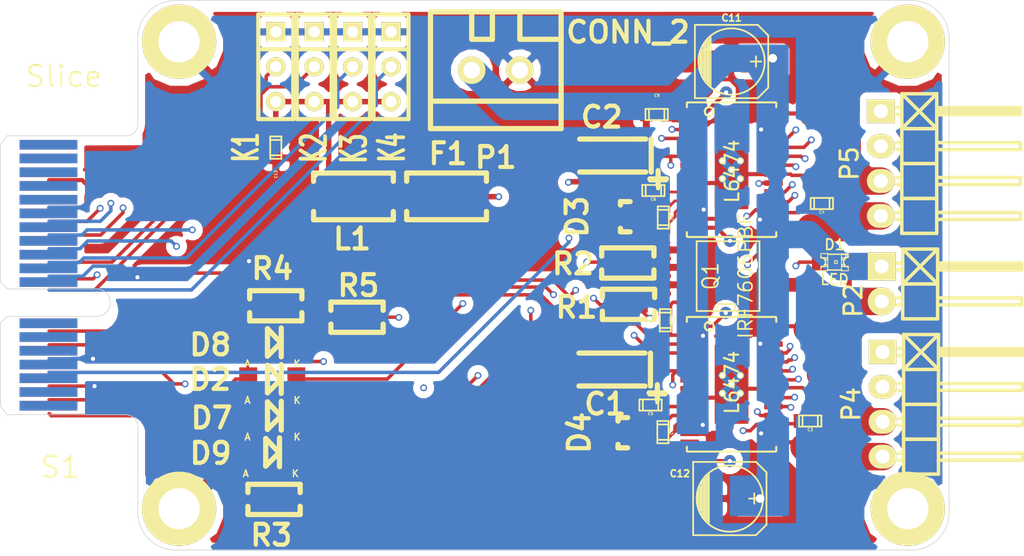
<source format=kicad_pcb>
(kicad_pcb (version 4) (host pcbnew "(2014-jul-16 BZR unknown)-product")
  (layers (0 F.Cu signal) (1 In1.Cu signal hide) (2 In2.Cu signal hide) (31 B.Cu signal hide) (35 F.Paste user) (37 F.SilkS user) (39 F.Mask user) (44 Edge.Cuts user))
  (net 0 "")
  (net 1 "Net-(C2-Pad1)")
  (net 2 "Net-(C5-Pad1)")
  (net 3 "Net-(C5-Pad2)")
  (net 4 "Net-(C6-Pad1)")
  (net 5 "Net-(C6-Pad2)")
  (net 6 +36V)
  (net 7 "Net-(C7-Pad2)")
  (net 8 "Net-(C8-Pad2)")
  (net 9 "Net-(D1-Pad1)")
  (net 10 "Net-(D1-Pad2)")
  (net 11 "Net-(D2-Pad2)")
  (net 12 "Net-(P4-Pad1)")
  (net 13 "Net-(P4-Pad2)")
  (net 14 "Net-(P4-Pad3)")
  (net 15 "Net-(P4-Pad4)")
  (net 16 "Net-(P5-Pad1)")
  (net 17 "Net-(P5-Pad2)")
  (net 18 "Net-(P5-Pad3)")
  (net 19 "Net-(P5-Pad4)")
  (net 20 +5V)
  (net 21 /DIR1)
  (net 22 /DIR2)
  (net 23 /SDI)
  (net 24 /SDO)
  (net 25 /STP1)
  (net 26 /STP2)
  (net 27 /CS)
  (net 28 /SCLK)
  (net 29 "Net-(U1-Pad18)")
  (net 30 "Net-(U1-Pad5)")
  (net 31 "Net-(U1-Pad7)")
  (net 32 "Net-(U1-Pad8)")
  (net 33 "Net-(U2-Pad5)")
  (net 34 "Net-(U2-Pad7)")
  (net 35 "Net-(U2-Pad8)")
  (net 36 "Net-(S1-PadA1)")
  (net 37 "Net-(S1-PadA3)")
  (net 38 "Net-(S1-PadA4)")
  (net 39 "Net-(S1-PadA12)")
  (net 40 "Net-(S1-PadA13)")
  (net 41 "Net-(S1-PadA16)")
  (net 42 "Net-(S1-PadA17)")
  (net 43 "Net-(S1-PadA18)")
  (net 44 "Net-(S1-PadB1)")
  (net 45 "Net-(S1-PadB2)")
  (net 46 "Net-(S1-PadB4)")
  (net 47 "Net-(S1-PadB5)")
  (net 48 /Flag)
  (net 49 /Sync)
  (net 50 "Net-(D7-Pad2)")
  (net 51 "Net-(D8-Pad2)")
  (net 52 "Net-(D9-Pad2)")
  (net 53 /PWM)
  (net 54 /Min2)
  (net 55 /Max2)
  (net 56 /Min1)
  (net 57 /Max1)
  (net 58 /Stby)
  (net 59 +3.3V)
  (net 60 "Net-(C13-Pad1)")
  (net 61 "Net-(F1-Pad1)")
  (net 62 GNDPWR)
  (module Diodes_SMD:Diode-MiniMELF_Standard (layer F.Cu) (at 124.079 106.426)
    (fp_text reference D9 (at -4.3561 0.0762) (layer F.SilkS) (effects (font (thickness 0.3048))))
    (fp_text value DIODE hide)
    (fp_text user A (at -1.80086 1.5494) (layer F.SilkS) (effects (font (size 0.50038 0.50038) (thickness 0.09906))))
    (fp_text user K (at 1.80086 1.5494) (layer F.SilkS) (effects (font (size 0.50038 0.50038) (thickness 0.09906))))
    (pad 1 smd rect (at -1.75006 0) (size 1.30048 1.69926) (layers F.Cu F.Paste F.Mask) (net 49 /Sync))
    (pad 2 smd rect (at 1.75006 0) (size 1.30048 1.69926) (layers F.Cu F.Paste F.Mask) (net 52 "Net-(D9-Pad2)"))
  )
  (module Capacitors_SMD:c_0603 (layer F.Cu) (at 163.32708 104.14762 180)
    (fp_text reference C3 (at 0 -0.635 180) (layer F.SilkS) (effects (font (size 0.20066 0.20066) (thickness 0.04064))))
    (fp_text value C hide)
    (pad 1 smd rect (at 0.75184 0 180) (size 0.89916 1.00076) (layers F.Cu F.Paste F.Mask) (net 59 +3.3V))
    (pad 2 smd rect (at -0.75184 0 180) (size 0.89916 1.00076) (layers F.Cu F.Paste F.Mask) (net 62 GNDPWR))
  )
  (module Capacitors_SMD:c_0603 (layer F.Cu) (at 164.1729 88.3158 180)
    (fp_text reference C4 (at 0 -0.635 180) (layer F.SilkS) (effects (font (size 0.20066 0.20066) (thickness 0.04064))))
    (fp_text value C hide)
    (pad 1 smd rect (at 0.75184 0 180) (size 0.89916 1.00076) (layers F.Cu F.Paste F.Mask) (net 1 "Net-(C2-Pad1)"))
    (pad 2 smd rect (at -0.75184 0 180) (size 0.89916 1.00076) (layers F.Cu F.Paste F.Mask) (net 62 GNDPWR))
  )
  (module Capacitors_SMD:c_0603 (layer F.Cu) (at 151.7142 102.98176 180)
    (fp_text reference C5 (at 0 -0.635 180) (layer F.SilkS) (effects (font (size 0.20066 0.20066) (thickness 0.04064))))
    (fp_text value C hide)
    (pad 1 smd rect (at 0.75184 0 180) (size 0.89916 1.00076) (layers F.Cu F.Paste F.Mask) (net 2 "Net-(C5-Pad1)"))
    (pad 2 smd rect (at -0.75184 0 180) (size 0.89916 1.00076) (layers F.Cu F.Paste F.Mask) (net 3 "Net-(C5-Pad2)"))
  )
  (module Capacitors_SMD:c_0603 (layer F.Cu) (at 151.92248 87.37092 180)
    (fp_text reference C6 (at 0 -0.635 180) (layer F.SilkS) (effects (font (size 0.20066 0.20066) (thickness 0.04064))))
    (fp_text value C hide)
    (pad 1 smd rect (at 0.75184 0 180) (size 0.89916 1.00076) (layers F.Cu F.Paste F.Mask) (net 4 "Net-(C6-Pad1)"))
    (pad 2 smd rect (at -0.75184 0 180) (size 0.89916 1.00076) (layers F.Cu F.Paste F.Mask) (net 5 "Net-(C6-Pad2)"))
  )
  (module Capacitors_SMD:c_0603 (layer F.Cu) (at 152.61336 104.95788 270)
    (fp_text reference C7 (at 0 -0.635 270) (layer F.SilkS) (effects (font (size 0.20066 0.20066) (thickness 0.04064))))
    (fp_text value C hide)
    (pad 1 smd rect (at 0.75184 0 270) (size 0.89916 1.00076) (layers F.Cu F.Paste F.Mask) (net 6 +36V))
    (pad 2 smd rect (at -0.75184 0 270) (size 0.89916 1.00076) (layers F.Cu F.Paste F.Mask) (net 7 "Net-(C7-Pad2)"))
  )
  (module Capacitors_SMD:c_0603 (layer F.Cu) (at 152.64384 89.3318 270)
    (fp_text reference C8 (at 0 -0.635 270) (layer F.SilkS) (effects (font (size 0.20066 0.20066) (thickness 0.04064))))
    (fp_text value C hide)
    (pad 1 smd rect (at 0.75184 0 270) (size 0.89916 1.00076) (layers F.Cu F.Paste F.Mask) (net 6 +36V))
    (pad 2 smd rect (at -0.75184 0 270) (size 0.89916 1.00076) (layers F.Cu F.Paste F.Mask) (net 8 "Net-(C8-Pad2)"))
  )
  (module Capacitors_SMD:c_0603 (layer F.Cu) (at 152.16124 81.83372)
    (fp_text reference C9 (at 0.0254 -1.3843) (layer F.SilkS) (effects (font (size 0.20066 0.20066) (thickness 0.04064))))
    (fp_text value C hide)
    (pad 1 smd rect (at 0.75184 0) (size 0.89916 1.00076) (layers F.Cu F.Paste F.Mask) (net 6 +36V))
    (pad 2 smd rect (at -0.75184 0) (size 0.89916 1.00076) (layers F.Cu F.Paste F.Mask) (net 62 GNDPWR))
  )
  (module Capacitors_SMD:c_0603 (layer F.Cu) (at 152.79116 96.81464 270)
    (fp_text reference C10 (at 0 -0.635 270) (layer F.SilkS) (effects (font (size 0.20066 0.20066) (thickness 0.04064))))
    (fp_text value C hide)
    (pad 1 smd rect (at 0.75184 0 270) (size 0.89916 1.00076) (layers F.Cu F.Paste F.Mask) (net 6 +36V))
    (pad 2 smd rect (at -0.75184 0 270) (size 0.89916 1.00076) (layers F.Cu F.Paste F.Mask) (net 62 GNDPWR))
  )
  (module Resistors_SMD:Resistor_SMD0805_ReflowWave (layer F.Cu) (at 124.333 109.855 180)
    (fp_text reference R3 (at 0.20066 -2.60604 180) (layer F.SilkS) (effects (font (thickness 0.3048))))
    (fp_text value R hide)
    (pad 1 smd rect (at -1.00076 0 180) (size 0.8001 1.19888) (layers F.Cu F.Paste F.Mask) (net 59 +3.3V))
    (pad 2 smd rect (at 1.00076 0 180) (size 0.8001 1.19888) (layers F.Cu F.Paste F.Mask) (net 49 /Sync))
  )
  (module Resistors_SMD:Resistor_SMD0805_ReflowWave (layer F.Cu) (at 124.46 95.758 180)
    (fp_text reference R4 (at 0.25146 2.70256 180) (layer F.SilkS) (effects (font (thickness 0.3048))))
    (fp_text value R hide)
    (pad 1 smd rect (at -1.00076 0 180) (size 0.8001 1.19888) (layers F.Cu F.Paste F.Mask) (net 59 +3.3V))
    (pad 2 smd rect (at 1.00076 0 180) (size 0.8001 1.19888) (layers F.Cu F.Paste F.Mask) (net 48 /Flag))
  )
  (module Pin_Headers:Pin_Header_Angled_1x04 (layer F.Cu) (at 168.5925 102.9335 270)
    (fp_text reference P4 (at 0 2.286 270) (layer F.SilkS) (effects (font (size 1.27 1.27) (thickness 0.2032))))
    (fp_text value CONN_4 hide)
    (pad 1 thru_hole rect (at -3.81 0 270) (size 1.7272 2.032) (drill 1.016) (layers *.Cu *.Mask F.SilkS) (net 12 "Net-(P4-Pad1)"))
    (pad 2 thru_hole oval (at -1.27 0 270) (size 1.7272 2.032) (drill 1.016) (layers *.Cu *.Mask F.SilkS) (net 13 "Net-(P4-Pad2)"))
    (pad 3 thru_hole oval (at 1.27 0 270) (size 1.7272 2.032) (drill 1.016) (layers *.Cu *.Mask F.SilkS) (net 14 "Net-(P4-Pad3)"))
    (pad 4 thru_hole oval (at 3.81 0 270) (size 1.7272 2.032) (drill 1.016) (layers *.Cu *.Mask F.SilkS) (net 15 "Net-(P4-Pad4)"))
  )
  (module Pin_Headers:Pin_Header_Angled_1x04 (layer F.Cu) (at 168.4655 85.4075 270)
    (fp_text reference P5 (at 0 2.286 270) (layer F.SilkS) (effects (font (size 1.27 1.27) (thickness 0.2032))))
    (fp_text value CONN_4 hide)
    (pad 1 thru_hole rect (at -3.81 0 270) (size 1.7272 2.032) (drill 1.016) (layers *.Cu *.Mask F.SilkS) (net 16 "Net-(P5-Pad1)"))
    (pad 2 thru_hole oval (at -1.27 0 270) (size 1.7272 2.032) (drill 1.016) (layers *.Cu *.Mask F.SilkS) (net 17 "Net-(P5-Pad2)"))
    (pad 3 thru_hole oval (at 1.27 0 270) (size 1.7272 2.032) (drill 1.016) (layers *.Cu *.Mask F.SilkS) (net 18 "Net-(P5-Pad3)"))
    (pad 4 thru_hole oval (at 3.81 0 270) (size 1.7272 2.032) (drill 1.016) (layers *.Cu *.Mask F.SilkS) (net 19 "Net-(P5-Pad4)"))
  )
  (module Capacitors_SMD:c_elec_5x5.8 (layer F.Cu) (at 157.607 77.978)
    (fp_text reference C11 (at 0 -3.175) (layer F.SilkS) (effects (font (size 0.50038 0.50038) (thickness 0.11938))))
    (fp_text value CAPAPOL hide)
    (pad 1 smd rect (at 2.19964 0) (size 2.99974 1.6002) (layers F.Cu F.Paste F.Mask) (net 6 +36V))
    (pad 2 smd rect (at -2.19964 0) (size 2.99974 1.6002) (layers F.Cu F.Paste F.Mask) (net 62 GNDPWR))
  )
  (module Capacitors_SMD:c_elec_5x5.8 (layer F.Cu) (at 157.48 109.7915)
    (fp_text reference C12 (at -3.6322 -1.8161) (layer F.SilkS) (effects (font (size 0.50038 0.50038) (thickness 0.11938))))
    (fp_text value CAPAPOL hide)
    (pad 1 smd rect (at 2.19964 0) (size 2.99974 1.6002) (layers F.Cu F.Paste F.Mask) (net 6 +36V))
    (pad 2 smd rect (at -2.19964 0) (size 2.99974 1.6002) (layers F.Cu F.Paste F.Mask) (net 62 GNDPWR))
  )
  (module Capacitors_Tantalum_SMD:TantalC_SizeA_EIA-3216_Reflow (layer F.Cu) (at 148.91004 100.40112 180)
    (fp_text reference C1 (at 0.49784 -2.5146 180) (layer F.SilkS) (effects (font (thickness 0.3048))))
    (fp_text value CAPAPOL hide)
    (fp_text user + (at -3.29946 -1.69926 180) (layer F.SilkS) (effects (font (thickness 0.3048))))
    (pad 2 smd rect (at 1.3589 0 180) (size 1.95072 1.50114) (layers F.Cu F.Paste F.Mask) (net 62 GNDPWR))
    (pad 1 smd rect (at -1.3589 0 180) (size 1.95072 1.50114) (layers F.Cu F.Paste F.Mask) (net 59 +3.3V))
  )
  (module Capacitors_Tantalum_SMD:TantalC_SizeA_EIA-3216_Reflow (layer F.Cu) (at 148.96592 84.8233 180)
    (fp_text reference C2 (at 0.80264 2.794 180) (layer F.SilkS) (effects (font (thickness 0.3048))))
    (fp_text value CAPAPOL hide)
    (fp_text user + (at -3.29946 -1.69926 180) (layer F.SilkS) (effects (font (thickness 0.3048))))
    (pad 2 smd rect (at 1.3589 0 180) (size 1.95072 1.50114) (layers F.Cu F.Paste F.Mask) (net 62 GNDPWR))
    (pad 1 smd rect (at -1.3589 0 180) (size 1.95072 1.50114) (layers F.Cu F.Paste F.Mask) (net 1 "Net-(C2-Pad1)"))
  )
  (module Sockets_WAGO734:WAGO_734_2pin_Straight (layer F.Cu) (at 140.462 78.613 180)
    (fp_text reference P1 (at 0 -6.35 180) (layer F.SilkS) (effects (font (thickness 0.3048))))
    (fp_text value CONN_2 (at -9.6139 2.7686 180) (layer F.SilkS) (effects (font (thickness 0.3048))))
    (pad 2 thru_hole circle (at 1.75006 0 180) (size 1.99898 1.99898) (drill 1.19888) (layers *.Cu *.Mask F.SilkS) (net 6 +36V))
    (pad 1 thru_hole circle (at -1.75006 0 180) (size 1.99898 1.99898) (drill 1.19888) (layers *.Cu *.Mask F.SilkS) (net 62 GNDPWR))
  )
  (module Folknology:SLICE-Board (layer F.Cu) (at 139.7762 93.5355)
    (fp_text reference S1 (at -30.988 13.97) (layer F.SilkS))
    (fp_text value Slice (at -30.734 -14.478) (layer F.SilkS))
    (fp_line (start -35.34918 0.49784) (end -34.8488 0.99822) (layer Edge.Cuts) (width 0.04826))
    (fp_line (start -34.8488 0.99822) (end -28.34894 0.99822) (layer Edge.Cuts) (width 0.04826))
    (fp_line (start -28.34894 2.99974) (end -34.8488 2.99974) (layer Edge.Cuts) (width 0.04826))
    (fp_line (start -34.8488 2.99974) (end -35.34918 3.49758) (layer Edge.Cuts) (width 0.04826))
    (fp_line (start -35.34918 0.49784) (end -35.34918 -9.4996) (layer Edge.Cuts) (width 0.04826))
    (fp_line (start -35.34918 -9.4996) (end -34.8488 -10.14984) (layer Edge.Cuts) (width 0.04826))
    (fp_line (start -34.8488 -10.14984) (end -26.34996 -10.14984) (layer Edge.Cuts) (width 0.04826))
    (fp_line (start -35.34918 3.49758) (end -35.34918 9.4996) (layer Edge.Cuts) (width 0.04826))
    (fp_line (start -35.34918 9.4996) (end -34.8488 10.14984) (layer Edge.Cuts) (width 0.04826))
    (fp_line (start -34.8488 10.14984) (end -26.34996 10.14984) (layer Edge.Cuts) (width 0.04826))
    (fp_line (start -25.3492 11.14806) (end -25.3492 16.99768) (layer Edge.Cuts) (width 0.04826))
    (fp_line (start -22.34946 -19.99996) (end 30.64764 -19.99996) (layer Edge.Cuts) (width 0.04826))
    (fp_line (start -22.34946 19.99996) (end 30.64764 19.99996) (layer Edge.Cuts) (width 0.04826))
    (fp_line (start 33.64992 16.99768) (end 33.64992 -16.99768) (layer Edge.Cuts) (width 0.04826))
    (fp_line (start -25.3492 -10.9982) (end -25.3492 -16.99768) (layer Edge.Cuts) (width 0.04826))
    (fp_arc (start -28.34894 1.99898) (end -28.34894 0.99822) (angle 180) (layer Edge.Cuts) (width 0.04826))
    (fp_arc (start -26.26868 11.06932) (end -26.34996 10.14984) (angle 100) (layer Edge.Cuts) (width 0.04826))
    (fp_arc (start -22.59076 17.23898) (end -22.34946 19.99996) (angle 100) (layer Edge.Cuts) (width 0.04826))
    (fp_arc (start -22.59076 -17.23898) (end -25.3492 -16.99768) (angle 100) (layer Edge.Cuts) (width 0.04826))
    (fp_arc (start 30.88894 17.23898) (end 33.64992 16.99768) (angle 100) (layer Edge.Cuts) (width 0.04826))
    (fp_arc (start 30.88894 -17.23898) (end 30.64764 -19.99996) (angle 100) (layer Edge.Cuts) (width 0.04826))
    (fp_arc (start -26.20518 -10.99312) (end -25.3492 -10.9982) (angle 100) (layer Edge.Cuts) (width 0.04826))
    (pad A1 smd rect (at -31.84906 -9.4996) (size 4.19862 0.6985) (layers B.Cu) (net 36 "Net-(S1-PadA1)"))
    (pad A2 smd rect (at -31.84906 -8.49884) (size 4.19862 0.6985) (layers B.Cu) (net 20 +5V))
    (pad A3 smd rect (at -31.84906 -7.49808) (size 4.19862 0.6985) (layers B.Cu) (net 37 "Net-(S1-PadA3)"))
    (pad A4 smd rect (at -31.84906 -6.49986) (size 4.19862 0.6985) (layers B.Cu) (net 38 "Net-(S1-PadA4)"))
    (pad A5 smd rect (at -31.84906 -5.4991) (size 4.19862 0.6985) (layers B.Cu) (net 62 GNDPWR))
    (pad A6 smd rect (at -31.84906 -4.49834) (size 4.19862 0.6985) (layers B.Cu) (net 21 /DIR1))
    (pad A7 smd rect (at -31.84906 -3.49758) (size 4.19862 0.6985) (layers B.Cu) (net 22 /DIR2))
    (pad A8 smd rect (at -31.84906 -2.49936) (size 4.19862 0.6985) (layers B.Cu) (net 23 /SDI))
    (pad A9 smd rect (at -31.84906 -1.4986) (size 4.19862 0.6985) (layers B.Cu) (net 54 /Min2))
    (pad A10 smd rect (at -31.84906 -0.49784) (size 4.19862 0.6985) (layers B.Cu) (net 62 GNDPWR))
    (pad A11 smd rect (at -31.84906 0.49784) (size 4.19862 0.6985) (layers B.Cu) (net 55 /Max2))
    (pad A12 smd rect (at -31.84906 3.49758) (size 4.19862 0.6985) (layers B.Cu) (net 39 "Net-(S1-PadA12)"))
    (pad A13 smd rect (at -31.84906 4.49834) (size 4.19862 0.6985) (layers B.Cu) (net 40 "Net-(S1-PadA13)"))
    (pad A14 smd rect (at -31.84906 5.4991) (size 4.19862 0.6985) (layers B.Cu) (net 62 GNDPWR))
    (pad A15 smd rect (at -31.84906 6.49986) (size 4.19862 0.6985) (layers B.Cu) (net 24 /SDO))
    (pad A16 smd rect (at -31.84906 7.49808) (size 4.19862 0.6985) (layers B.Cu) (net 41 "Net-(S1-PadA16)"))
    (pad A17 smd rect (at -31.84906 8.49884) (size 4.19862 0.6985) (layers B.Cu) (net 42 "Net-(S1-PadA17)"))
    (pad A18 smd rect (at -31.84906 9.4996) (size 4.19862 0.6985) (layers B.Cu) (net 43 "Net-(S1-PadA18)"))
    (pad B1 smd rect (at -31.84906 -9.4996) (size 4.19862 0.6985) (layers F.Cu F.Paste F.Mask) (net 44 "Net-(S1-PadB1)"))
    (pad B2 smd rect (at -31.84906 -8.49884) (size 4.19862 0.6985) (layers F.Cu F.Paste F.Mask) (net 45 "Net-(S1-PadB2)"))
    (pad B3 smd rect (at -31.84906 -7.49808) (size 4.19862 0.6985) (layers F.Cu F.Paste F.Mask) (net 62 GNDPWR))
    (pad B4 smd rect (at -31.84906 -6.49986) (size 4.19862 0.6985) (layers F.Cu F.Paste F.Mask) (net 46 "Net-(S1-PadB4)"))
    (pad B5 smd rect (at -31.84906 -5.4991) (size 4.19862 0.6985) (layers F.Cu F.Paste F.Mask) (net 47 "Net-(S1-PadB5)"))
    (pad B6 smd rect (at -31.84906 -4.49834) (size 4.19862 0.6985) (layers F.Cu F.Paste F.Mask) (net 25 /STP1))
    (pad B7 smd rect (at -31.84906 -3.49758) (size 4.19862 0.6985) (layers F.Cu F.Paste F.Mask) (net 26 /STP2))
    (pad B8 smd rect (at -31.84906 -2.49936) (size 4.19862 0.6985) (layers F.Cu F.Paste F.Mask) (net 62 GNDPWR))
    (pad B9 smd rect (at -31.84906 -1.4986) (size 4.19862 0.6985) (layers F.Cu F.Paste F.Mask) (net 56 /Min1))
    (pad B10 smd rect (at -31.84906 -0.49784) (size 4.19862 0.6985) (layers F.Cu F.Paste F.Mask) (net 27 /CS))
    (pad B11 smd rect (at -31.84906 0.49784) (size 4.19862 0.6985) (layers F.Cu F.Paste F.Mask) (net 57 /Max1))
    (pad B12 smd rect (at -31.84906 3.49758) (size 4.19862 0.6985) (layers F.Cu F.Paste F.Mask) (net 58 /Stby))
    (pad B13 smd rect (at -31.84906 4.49834) (size 4.19862 0.6985) (layers F.Cu F.Paste F.Mask) (net 53 /PWM))
    (pad B14 smd rect (at -31.84906 5.4991) (size 4.19862 0.6985) (layers F.Cu F.Paste F.Mask) (net 62 GNDPWR))
    (pad B15 smd rect (at -31.84906 6.49986) (size 4.19862 0.6985) (layers F.Cu F.Paste F.Mask) (net 28 /SCLK))
    (pad B16 smd rect (at -31.84906 7.49808) (size 4.19862 0.6985) (layers F.Cu F.Paste F.Mask) (net 62 GNDPWR))
    (pad B17 smd rect (at -31.84906 8.49884) (size 4.19862 0.6985) (layers F.Cu F.Paste F.Mask) (net 48 /Flag))
    (pad B18 smd rect (at -31.84906 9.4996) (size 4.19862 0.6985) (layers F.Cu F.Paste F.Mask) (net 49 /Sync))
    (pad H0 thru_hole circle (at -22.34946 16.99768) (size 5.3975 5.3975) (drill 2.99974) (layers *.Cu F.Paste F.SilkS F.Mask) (net 62 GNDPWR))
    (pad H1 thru_hole circle (at 30.64764 16.99768) (size 5.3975 5.3975) (drill 2.99974) (layers *.Cu F.Paste F.SilkS F.Mask) (net 62 GNDPWR))
    (pad H2 thru_hole circle (at -22.34946 -16.99768) (size 5.3975 5.3975) (drill 2.99974) (layers *.Cu F.Paste F.SilkS F.Mask) (net 62 GNDPWR))
    (pad H3 thru_hole circle (at 30.64764 -16.99768) (size 5.3975 5.3975) (drill 2.99974) (layers *.Cu F.Paste F.SilkS F.Mask) (net 62 GNDPWR))
  )
  (module Diodes_SMD:Diode-MiniMELF_Standard (layer F.Cu) (at 124.206 103.759)
    (fp_text reference D7 (at -4.4069 0.1651) (layer F.SilkS) (effects (font (thickness 0.3048))))
    (fp_text value DIODE hide)
    (fp_text user A (at -1.80086 1.5494) (layer F.SilkS) (effects (font (size 0.50038 0.50038) (thickness 0.09906))))
    (fp_text user K (at 1.80086 1.5494) (layer F.SilkS) (effects (font (size 0.50038 0.50038) (thickness 0.09906))))
    (pad 1 smd rect (at -1.75006 0) (size 1.30048 1.69926) (layers F.Cu F.Paste F.Mask) (net 49 /Sync))
    (pad 2 smd rect (at 1.75006 0) (size 1.30048 1.69926) (layers F.Cu F.Paste F.Mask) (net 50 "Net-(D7-Pad2)"))
  )
  (module Diodes_SMD:Diode-MiniMELF_Standard (layer F.Cu) (at 124.206 101.092)
    (fp_text reference D8 (at -4.5085 -2.4892) (layer F.SilkS) (effects (font (thickness 0.3048))))
    (fp_text value DIODE hide)
    (fp_text user A (at -1.80086 1.5494) (layer F.SilkS) (effects (font (size 0.50038 0.50038) (thickness 0.09906))))
    (fp_text user K (at 1.80086 1.5494) (layer F.SilkS) (effects (font (size 0.50038 0.50038) (thickness 0.09906))))
    (pad 1 smd rect (at -1.75006 0) (size 1.30048 1.69926) (layers F.Cu F.Paste F.Mask) (net 48 /Flag))
    (pad 2 smd rect (at 1.75006 0) (size 1.30048 1.69926) (layers F.Cu F.Paste F.Mask) (net 51 "Net-(D8-Pad2)"))
  )
  (module LEDs:LED-0805 (layer F.Cu) (at 165.1 92.583)
    (fp_text reference D1 (at 0 -1.27) (layer F.SilkS) (effects (font (size 0.762 0.762) (thickness 0.127))))
    (fp_text value LED (at 0 1.27) (layer F.SilkS) (effects (font (size 0.762 0.762) (thickness 0.127))))
    (pad 1 smd rect (at -1.04902 0) (size 1.19888 1.19888) (layers F.Cu F.Paste F.Mask) (net 9 "Net-(D1-Pad1)"))
    (pad 2 smd rect (at 1.04902 0) (size 1.19888 1.19888) (layers F.Cu F.Paste F.Mask) (net 10 "Net-(D1-Pad2)"))
  )
  (module Connect:SIL-3 (layer F.Cu) (at 124.46 78.359 270)
    (fp_text reference K1 (at 5.8674 2.1717 270) (layer F.SilkS) (effects (font (size 1.7907 1.07696) (thickness 0.3048))))
    (fp_text value CONN_3 hide)
    (pad 1 thru_hole rect (at -2.54 0 270) (size 1.397 1.397) (drill 0.8128) (layers *.Cu *.Mask F.SilkS) (net 62 GNDPWR))
    (pad 2 thru_hole circle (at 0 0 270) (size 1.397 1.397) (drill 0.8128) (layers *.Cu *.Mask F.SilkS) (net 56 /Min1))
    (pad 3 thru_hole circle (at 2.54 0 270) (size 1.397 1.397) (drill 0.8128) (layers *.Cu *.Mask F.SilkS) (net 60 "Net-(C13-Pad1)"))
  )
  (module Connect:SIL-3 (layer F.Cu) (at 127.254 78.359 270)
    (fp_text reference K2 (at 5.9055 0.0254 270) (layer F.SilkS) (effects (font (size 1.7907 1.07696) (thickness 0.3048))))
    (fp_text value CONN_3 hide)
    (pad 1 thru_hole rect (at -2.54 0 270) (size 1.397 1.397) (drill 0.8128) (layers *.Cu *.Mask F.SilkS) (net 62 GNDPWR))
    (pad 2 thru_hole circle (at 0 0 270) (size 1.397 1.397) (drill 0.8128) (layers *.Cu *.Mask F.SilkS) (net 57 /Max1))
    (pad 3 thru_hole circle (at 2.54 0 270) (size 1.397 1.397) (drill 0.8128) (layers *.Cu *.Mask F.SilkS) (net 60 "Net-(C13-Pad1)"))
  )
  (module Connect:SIL-3 (layer F.Cu) (at 130.048 78.359 270)
    (fp_text reference K3 (at 5.9563 -0.1016 270) (layer F.SilkS) (effects (font (size 1.7907 1.07696) (thickness 0.3048))))
    (fp_text value CONN_3 hide)
    (pad 1 thru_hole rect (at -2.54 0 270) (size 1.397 1.397) (drill 0.8128) (layers *.Cu *.Mask F.SilkS) (net 62 GNDPWR))
    (pad 2 thru_hole circle (at 0 0 270) (size 1.397 1.397) (drill 0.8128) (layers *.Cu *.Mask F.SilkS) (net 54 /Min2))
    (pad 3 thru_hole circle (at 2.54 0 270) (size 1.397 1.397) (drill 0.8128) (layers *.Cu *.Mask F.SilkS) (net 60 "Net-(C13-Pad1)"))
  )
  (module Connect:SIL-3 (layer F.Cu) (at 132.842 78.359 270)
    (fp_text reference K4 (at 5.8801 -0.0762 270) (layer F.SilkS) (effects (font (size 1.7907 1.07696) (thickness 0.3048))))
    (fp_text value CONN_3 hide)
    (pad 1 thru_hole rect (at -2.54 0 270) (size 1.397 1.397) (drill 0.8128) (layers *.Cu *.Mask F.SilkS) (net 62 GNDPWR))
    (pad 2 thru_hole circle (at 0 0 270) (size 1.397 1.397) (drill 0.8128) (layers *.Cu *.Mask F.SilkS) (net 55 /Max2))
    (pad 3 thru_hole circle (at 2.54 0 270) (size 1.397 1.397) (drill 0.8128) (layers *.Cu *.Mask F.SilkS) (net 60 "Net-(C13-Pad1)"))
  )
  (module Resistors_SMD:Resistor_SMD0805_ReflowWave (layer F.Cu) (at 150.114 95.6564)
    (fp_text reference R1 (at -3.78714 0.21336) (layer F.SilkS) (effects (font (thickness 0.3048))))
    (fp_text value R hide)
    (pad 1 smd rect (at -1.00076 0) (size 0.8001 1.19888) (layers F.Cu F.Paste F.Mask) (net 9 "Net-(D1-Pad1)"))
    (pad 2 smd rect (at 1.00076 0) (size 0.8001 1.19888) (layers F.Cu F.Paste F.Mask) (net 59 +3.3V))
  )
  (module Resistors_SMD:Resistor_SMD0805_ReflowWave (layer F.Cu) (at 150.0632 92.6465)
    (fp_text reference R2 (at -3.99034 0.06096) (layer F.SilkS) (effects (font (thickness 0.3048))))
    (fp_text value R hide)
    (pad 1 smd rect (at -1.00076 0) (size 0.8001 1.19888) (layers F.Cu F.Paste F.Mask) (net 53 /PWM))
    (pad 2 smd rect (at 1.00076 0) (size 0.8001 1.19888) (layers F.Cu F.Paste F.Mask) (net 62 GNDPWR))
  )
  (module Pin_Headers:Pin_Header_Angled_1x02 (layer F.Cu) (at 168.529 94.1705 270)
    (fp_text reference P2 (at 1.2065 2.0701 270) (layer F.SilkS) (effects (font (size 1.27 1.27) (thickness 0.2032))))
    (fp_text value CONN_2 hide)
    (pad 1 thru_hole rect (at -1.27 0 270) (size 2.032 2.032) (drill 1.016) (layers *.Cu *.Mask F.SilkS) (net 6 +36V))
    (pad 2 thru_hole oval (at 1.27 0 270) (size 2.032 2.032) (drill 1.016) (layers *.Cu *.Mask F.SilkS) (net 10 "Net-(D1-Pad2)"))
  )
  (module Diodes_SMD:Diode-MiniMELF_Standard (layer F.Cu) (at 124.206 98.425)
    (fp_text reference D2 (at -4.5212 2.6924) (layer F.SilkS) (effects (font (thickness 0.3048))))
    (fp_text value DIODE hide)
    (fp_text user A (at -1.80086 1.5494) (layer F.SilkS) (effects (font (size 0.50038 0.50038) (thickness 0.09906))))
    (fp_text user K (at 1.80086 1.5494) (layer F.SilkS) (effects (font (size 0.50038 0.50038) (thickness 0.09906))))
    (pad 1 smd rect (at -1.75006 0) (size 1.30048 1.69926) (layers F.Cu F.Paste F.Mask) (net 48 /Flag))
    (pad 2 smd rect (at 1.75006 0) (size 1.30048 1.69926) (layers F.Cu F.Paste F.Mask) (net 11 "Net-(D2-Pad2)"))
  )
  (module SMD_Packages:SO8N (layer F.Cu) (at 157.353 93.599 90)
    (fp_text reference Q1 (at 0 -1.27 90) (layer F.SilkS) (effects (font (size 1.143 1.016) (thickness 0.127))))
    (fp_text value IRF7606PBF (at 0 1.27 90) (layer F.SilkS) (effects (font (size 1.016 1.016) (thickness 0.127))))
    (pad 8 smd rect (at -1.905 -3.175 90) (size 0.508 1.143) (layers F.Cu F.Paste F.Mask) (net 62 GNDPWR))
    (pad 7 smd rect (at -0.635 -3.175 90) (size 0.508 1.143) (layers F.Cu F.Paste F.Mask) (net 62 GNDPWR))
    (pad 6 smd rect (at 0.635 -3.175 90) (size 0.508 1.143) (layers F.Cu F.Paste F.Mask) (net 62 GNDPWR))
    (pad 5 smd rect (at 1.905 -3.175 90) (size 0.508 1.143) (layers F.Cu F.Paste F.Mask) (net 62 GNDPWR))
    (pad 4 smd rect (at 1.905 3.175 90) (size 0.508 1.143) (layers F.Cu F.Paste F.Mask) (net 53 /PWM))
    (pad 3 smd rect (at 0.635 3.175 90) (size 0.508 1.143) (layers F.Cu F.Paste F.Mask) (net 10 "Net-(D1-Pad2)"))
    (pad 2 smd rect (at -0.635 3.175 90) (size 0.508 1.143) (layers F.Cu F.Paste F.Mask) (net 10 "Net-(D1-Pad2)"))
    (pad 1 smd rect (at -1.905 3.175 90) (size 0.508 1.143) (layers F.Cu F.Paste F.Mask) (net 10 "Net-(D1-Pad2)"))
  )
  (module Capacitors_SMD:c_0603 (layer F.Cu) (at 124.46 84.24672 90)
    (fp_text reference C13 (at -1.94056 0 90) (layer F.SilkS) (effects (font (size 0.20066 0.20066) (thickness 0.04064))))
    (fp_text value C hide)
    (pad 1 smd rect (at 0.75184 0 90) (size 0.89916 1.00076) (layers F.Cu F.Paste F.Mask) (net 60 "Net-(C13-Pad1)"))
    (pad 2 smd rect (at -0.75184 0 90) (size 0.89916 1.00076) (layers F.Cu F.Paste F.Mask) (net 62 GNDPWR))
  )
  (module Resistors_SMD:Resistor_SMD1210_ReflowWave (layer F.Cu) (at 136.8806 87.79256)
    (fp_text reference F1 (at 0.09906 -3.0988) (layer F.SilkS) (effects (font (thickness 0.3048))))
    (fp_text value FUSE hide)
    (pad 1 smd rect (at -1.80086 0) (size 1.19888 2.4003) (layers F.Cu F.Paste F.Mask) (net 61 "Net-(F1-Pad1)"))
    (pad 2 smd rect (at 1.80086 0) (size 1.19888 2.4003) (layers F.Cu F.Paste F.Mask) (net 1 "Net-(C2-Pad1)"))
  )
  (module Resistors_SMD:Resistor_SMD1210_ReflowWave (layer F.Cu) (at 130.10896 87.79764 180)
    (fp_text reference L1 (at 0.09906 -3.0988 180) (layer F.SilkS) (effects (font (thickness 0.3048))))
    (fp_text value INDUCTOR_SMALL hide)
    (pad 1 smd rect (at -1.80086 0 180) (size 1.19888 2.4003) (layers F.Cu F.Paste F.Mask) (net 61 "Net-(F1-Pad1)"))
    (pad 2 smd rect (at 1.80086 0 180) (size 1.19888 2.4003) (layers F.Cu F.Paste F.Mask) (net 60 "Net-(C13-Pad1)"))
  )
  (module Resistors_SMD:Resistor_SMD0805_ReflowWave (layer F.Cu) (at 130.37058 96.59112)
    (fp_text reference R5 (at 0.09906 -2.30124) (layer F.SilkS) (effects (font (thickness 0.3048))))
    (fp_text value R hide)
    (pad 1 smd rect (at -1.00076 0) (size 0.8001 1.19888) (layers F.Cu F.Paste F.Mask) (net 59 +3.3V))
    (pad 2 smd rect (at 1.00076 0) (size 0.8001 1.19888) (layers F.Cu F.Paste F.Mask) (net 27 /CS))
  )
  (module Folknology:HTSSOP28 (layer F.Cu) (at 157.607 85.852 270)
    (fp_text reference U2 hide)
    (fp_text value L6474 (at 0.12 -0.0381 270) (layer F.SilkS))
    (pad 15 smd rect (at 4.225 -3.05 270) (size 0.4 1.35) (layers F.Cu F.Paste F.Mask) (net 19 "Net-(P5-Pad4)") (clearance 0.12))
    (pad 16 smd rect (at 3.575 -3.05 270) (size 0.4 1.35) (layers F.Cu F.Paste F.Mask) (net 6 +36V) (clearance 0.12))
    (pad 17 smd rect (at 2.925 -3.05 270) (size 0.4 1.35) (layers F.Cu F.Paste F.Mask) (net 1 "Net-(C2-Pad1)") (clearance 0.12))
    (pad 18 smd rect (at 2.275 -3.05 270) (size 0.4 1.35) (layers F.Cu F.Paste F.Mask) (net 24 /SDO) (clearance 0.12))
    (pad 19 smd rect (at 1.625 -3.05 270) (size 0.4 1.35) (layers F.Cu F.Paste F.Mask) (net 28 /SCLK) (clearance 0.12))
    (pad 20 smd rect (at 0.975 -3.05 270) (size 0.4 1.35) (layers F.Cu F.Paste F.Mask) (net 29 "Net-(U1-Pad18)") (clearance 0.12))
    (pad 21 smd rect (at 0.325 -3.05 270) (size 0.4 1.35) (layers F.Cu F.Paste F.Mask) (net 62 GNDPWR) (clearance 0.12))
    (pad 22 smd rect (at -0.325 -3.05 270) (size 0.4 1.35) (layers F.Cu F.Paste F.Mask) (net 52 "Net-(D9-Pad2)") (clearance 0.12))
    (pad 23 smd rect (at -0.975 -3.05 270) (size 0.4 1.35) (layers F.Cu F.Paste F.Mask) (net 27 /CS) (clearance 0.12))
    (pad 24 smd rect (at -1.625 -3.05 270) (size 0.4 1.35) (layers F.Cu F.Paste F.Mask) (net 51 "Net-(D8-Pad2)") (clearance 0.12))
    (pad 25 smd rect (at -2.275 -3.05 270) (size 0.4 1.35) (layers F.Cu F.Paste F.Mask) (net 26 /STP2) (clearance 0.12))
    (pad 26 smd rect (at -2.925 -3.05 270) (size 0.4 1.35) (layers F.Cu F.Paste F.Mask) (net 6 +36V) (clearance 0.12))
    (pad 27 smd rect (at -3.575 -3.05 270) (size 0.4 1.35) (layers F.Cu F.Paste F.Mask) (net 62 GNDPWR) (clearance 0.12))
    (pad 28 smd rect (at -4.225 -3.05 270) (size 0.4 1.35) (layers F.Cu F.Paste F.Mask) (net 18 "Net-(P5-Pad3)") (clearance 0.12))
    (pad 1 smd rect (at -4.225 3.05 270) (size 0.4 1.35) (layers F.Cu F.Paste F.Mask) (net 16 "Net-(P5-Pad1)") (clearance 0.12))
    (pad 2 smd rect (at -3.575 3.05 270) (size 0.4 1.35) (layers F.Cu F.Paste F.Mask) (net 6 +36V) (clearance 0.12))
    (pad 3 smd rect (at -2.925 3.05 270) (size 0.4 1.35) (layers F.Cu F.Paste F.Mask) (net 58 /Stby) (clearance 0.12))
    (pad 4 smd rect (at -2.275 3.05 270) (size 0.4 1.35) (layers F.Cu F.Paste F.Mask) (net 22 /DIR2) (clearance 0.12))
    (pad 5 smd rect (at -1.625 3.05 270) (size 0.4 1.35) (layers F.Cu F.Paste F.Mask) (net 33 "Net-(U2-Pad5)") (clearance 0.12))
    (pad 6 smd rect (at -0.975 3.05 270) (size 0.4 1.35) (layers F.Cu F.Paste F.Mask) (net 1 "Net-(C2-Pad1)") (clearance 0.12))
    (pad 7 smd rect (at -0.325 3.05 270) (size 0.4 1.35) (layers F.Cu F.Paste F.Mask) (net 34 "Net-(U2-Pad7)") (clearance 0.12))
    (pad 8 smd rect (at 0.325 3.05 270) (size 0.4 1.35) (layers F.Cu F.Paste F.Mask) (net 35 "Net-(U2-Pad8)") (clearance 0.12))
    (pad 9 smd rect (at 0.975 3.05 270) (size 0.4 1.35) (layers F.Cu F.Paste F.Mask) (net 62 GNDPWR) (clearance 0.12))
    (pad 10 smd rect (at 1.625 3.05 270) (size 0.4 1.35) (layers F.Cu F.Paste F.Mask) (net 5 "Net-(C6-Pad2)") (clearance 0.12))
    (pad 11 smd rect (at 2.275 3.05 270) (size 0.4 1.35) (layers F.Cu F.Paste F.Mask) (net 8 "Net-(C8-Pad2)") (clearance 0.12))
    (pad 12 smd rect (at 2.925 3.05 270) (size 0.4 1.35) (layers F.Cu F.Paste F.Mask) (net 6 +36V) (clearance 0.12))
    (pad 13 smd rect (at 3.575 3.05 270) (size 0.4 1.35) (layers F.Cu F.Paste F.Mask) (net 62 GNDPWR) (clearance 0.12))
    (pad 14 smd rect (at 4.225 3.05 270) (size 0.4 1.35) (layers F.Cu F.Paste F.Mask) (net 17 "Net-(P5-Pad2)") (clearance 0.12))
    (pad 29 smd rect (at 0 0 270) (size 5.75 2.45) (layers F.Cu F.Paste F.Mask) (net 62 GNDPWR))
    (pad 29 thru_hole circle (at -0.643798 -0.638542 270) (size 0.5 0.5) (drill 0.3) (layers *.Cu *.Mask F.SilkS) (net 62 GNDPWR))
    (pad 29 thru_hole circle (at 0.656202 -0.638542 270) (size 0.5 0.5) (drill 0.3) (layers *.Cu *.Mask F.SilkS) (net 62 GNDPWR))
    (pad 29 thru_hole circle (at -0.643798 0.661458 270) (size 0.5 0.5) (drill 0.3) (layers *.Cu *.Mask F.SilkS) (net 62 GNDPWR))
    (pad 29 thru_hole circle (at 0.656202 0.661458 270) (size 0.5 0.5) (drill 0.3) (layers *.Cu *.Mask F.SilkS) (net 62 GNDPWR))
    (pad 29 thru_hole circle (at 0.006202 0.011458 270) (size 0.5 0.5) (drill 0.3) (layers *.Cu *.Mask F.SilkS) (net 62 GNDPWR))
  )
  (module Folknology:HTSSOP28 (layer F.Cu) (at 157.607 101.473 270)
    (fp_text reference U1 hide)
    (fp_text value L6474 (at -0.134 -0.0254 270) (layer F.SilkS))
    (pad 15 smd rect (at 4.225 -3.05 270) (size 0.4 1.35) (layers F.Cu F.Paste F.Mask) (net 15 "Net-(P4-Pad4)") (clearance 0.12))
    (pad 16 smd rect (at 3.575 -3.05 270) (size 0.4 1.35) (layers F.Cu F.Paste F.Mask) (net 6 +36V) (clearance 0.12))
    (pad 17 smd rect (at 2.925 -3.05 270) (size 0.4 1.35) (layers F.Cu F.Paste F.Mask) (net 59 +3.3V) (clearance 0.12))
    (pad 18 smd rect (at 2.275 -3.05 270) (size 0.4 1.35) (layers F.Cu F.Paste F.Mask) (net 29 "Net-(U1-Pad18)") (clearance 0.12))
    (pad 19 smd rect (at 1.625 -3.05 270) (size 0.4 1.35) (layers F.Cu F.Paste F.Mask) (net 28 /SCLK) (clearance 0.12))
    (pad 20 smd rect (at 0.975 -3.05 270) (size 0.4 1.35) (layers F.Cu F.Paste F.Mask) (net 23 /SDI) (clearance 0.12))
    (pad 21 smd rect (at 0.325 -3.05 270) (size 0.4 1.35) (layers F.Cu F.Paste F.Mask) (net 62 GNDPWR) (clearance 0.12))
    (pad 22 smd rect (at -0.325 -3.05 270) (size 0.4 1.35) (layers F.Cu F.Paste F.Mask) (net 50 "Net-(D7-Pad2)") (clearance 0.12))
    (pad 23 smd rect (at -0.975 -3.05 270) (size 0.4 1.35) (layers F.Cu F.Paste F.Mask) (net 27 /CS) (clearance 0.12))
    (pad 24 smd rect (at -1.625 -3.05 270) (size 0.4 1.35) (layers F.Cu F.Paste F.Mask) (net 11 "Net-(D2-Pad2)") (clearance 0.12))
    (pad 25 smd rect (at -2.275 -3.05 270) (size 0.4 1.35) (layers F.Cu F.Paste F.Mask) (net 25 /STP1) (clearance 0.12))
    (pad 26 smd rect (at -2.925 -3.05 270) (size 0.4 1.35) (layers F.Cu F.Paste F.Mask) (net 6 +36V) (clearance 0.12))
    (pad 27 smd rect (at -3.575 -3.05 270) (size 0.4 1.35) (layers F.Cu F.Paste F.Mask) (net 62 GNDPWR) (clearance 0.12))
    (pad 28 smd rect (at -4.225 -3.05 270) (size 0.4 1.35) (layers F.Cu F.Paste F.Mask) (net 14 "Net-(P4-Pad3)") (clearance 0.12))
    (pad 1 smd rect (at -4.225 3.05 270) (size 0.4 1.35) (layers F.Cu F.Paste F.Mask) (net 12 "Net-(P4-Pad1)") (clearance 0.12))
    (pad 2 smd rect (at -3.575 3.05 270) (size 0.4 1.35) (layers F.Cu F.Paste F.Mask) (net 6 +36V) (clearance 0.12))
    (pad 3 smd rect (at -2.925 3.05 270) (size 0.4 1.35) (layers F.Cu F.Paste F.Mask) (net 58 /Stby) (clearance 0.12))
    (pad 4 smd rect (at -2.275 3.05 270) (size 0.4 1.35) (layers F.Cu F.Paste F.Mask) (net 21 /DIR1) (clearance 0.12))
    (pad 5 smd rect (at -1.625 3.05 270) (size 0.4 1.35) (layers F.Cu F.Paste F.Mask) (net 30 "Net-(U1-Pad5)") (clearance 0.12))
    (pad 6 smd rect (at -0.975 3.05 270) (size 0.4 1.35) (layers F.Cu F.Paste F.Mask) (net 59 +3.3V) (clearance 0.12))
    (pad 7 smd rect (at -0.325 3.05 270) (size 0.4 1.35) (layers F.Cu F.Paste F.Mask) (net 31 "Net-(U1-Pad7)") (clearance 0.12))
    (pad 8 smd rect (at 0.325 3.05 270) (size 0.4 1.35) (layers F.Cu F.Paste F.Mask) (net 32 "Net-(U1-Pad8)") (clearance 0.12))
    (pad 9 smd rect (at 0.975 3.05 270) (size 0.4 1.35) (layers F.Cu F.Paste F.Mask) (net 62 GNDPWR) (clearance 0.12))
    (pad 10 smd rect (at 1.625 3.05 270) (size 0.4 1.35) (layers F.Cu F.Paste F.Mask) (net 3 "Net-(C5-Pad2)") (clearance 0.12))
    (pad 11 smd rect (at 2.275 3.05 270) (size 0.4 1.35) (layers F.Cu F.Paste F.Mask) (net 7 "Net-(C7-Pad2)") (clearance 0.12))
    (pad 12 smd rect (at 2.925 3.05 270) (size 0.4 1.35) (layers F.Cu F.Paste F.Mask) (net 6 +36V) (clearance 0.12))
    (pad 13 smd rect (at 3.575 3.05 270) (size 0.4 1.35) (layers F.Cu F.Paste F.Mask) (net 62 GNDPWR) (clearance 0.12))
    (pad 14 smd rect (at 4.225 3.05 270) (size 0.4 1.35) (layers F.Cu F.Paste F.Mask) (net 13 "Net-(P4-Pad2)") (clearance 0.12))
    (pad 29 smd rect (at 0 0 270) (size 5.75 2.45) (layers F.Cu F.Paste F.Mask) (net 62 GNDPWR))
    (pad 29 thru_hole circle (at -0.643798 -0.638542 270) (size 0.5 0.5) (drill 0.3) (layers *.Cu *.Mask F.SilkS) (net 62 GNDPWR))
    (pad 29 thru_hole circle (at 0.656202 -0.638542 270) (size 0.5 0.5) (drill 0.3) (layers *.Cu *.Mask F.SilkS) (net 62 GNDPWR))
    (pad 29 thru_hole circle (at -0.643798 0.661458 270) (size 0.5 0.5) (drill 0.3) (layers *.Cu *.Mask F.SilkS) (net 62 GNDPWR))
    (pad 29 thru_hole circle (at 0.656202 0.661458 270) (size 0.5 0.5) (drill 0.3) (layers *.Cu *.Mask F.SilkS) (net 62 GNDPWR))
    (pad 29 thru_hole circle (at 0.006202 0.011458 270) (size 0.5 0.5) (drill 0.3) (layers *.Cu *.Mask F.SilkS) (net 62 GNDPWR))
  )
  (module Diodes_SMD:Diode_SOT23 (layer F.Cu) (at 150.1778 89.2761 90)
    (fp_text reference D3 (at 0 -3.81 90) (layer F.SilkS) (effects (font (thickness 0.3048))))
    (fp_text value DOUBLE_SCHOTTKY_SERIES hide)
    (pad 1 smd rect (at -0.70104 1.00076 90) (size 0.8001 0.8001) (layers F.Cu F.Paste F.Mask) (net 6 +36V))
    (pad 2 smd rect (at 0.70104 1.00076 90) (size 0.8001 0.8001) (layers F.Cu F.Paste F.Mask) (net 8 "Net-(C8-Pad2)"))
    (pad 3 smd rect (at 0 -0.99822 90) (size 0.8001 0.8001) (layers F.Cu F.Paste F.Mask) (net 4 "Net-(C6-Pad1)"))
  )
  (module Diodes_SMD:Diode_SOT23 (layer F.Cu) (at 150 105 90)
    (fp_text reference D4 (at 0 -3.4671 90) (layer F.SilkS) (effects (font (thickness 0.3048))))
    (fp_text value DOUBLE_SCHOTTKY_SERIES hide)
    (pad 1 smd rect (at -0.70104 1.00076 90) (size 0.8001 0.8001) (layers F.Cu F.Paste F.Mask) (net 6 +36V))
    (pad 2 smd rect (at 0.70104 1.00076 90) (size 0.8001 0.8001) (layers F.Cu F.Paste F.Mask) (net 7 "Net-(C7-Pad2)"))
    (pad 3 smd rect (at 0 -0.99822 90) (size 0.8001 0.8001) (layers F.Cu F.Paste F.Mask) (net 2 "Net-(C5-Pad1)"))
  )
  (segment (start 110.77448 88.21067) (end 110.77448 87.03564) (width 0.3) (layer B.Cu) (net 0))
  (segment (start 107.97794 88.6079) (end 110.37725 88.6079) (width 0.3) (layer B.Cu) (net 0))
  (segment (start 110.37725 88.6079) (end 110.77448 88.21067) (width 0.3) (layer B.Cu) (net 0))
  (segment (start 107.97794 86.60892) (end 110.37725 86.60892) (width 0.3) (layer F.Cu) (net 0))
  (segment (start 110.37725 86.60892) (end 110.74654 86.97821) (width 0.3) (layer F.Cu) (net 0))
  (via (at 111.2774 101.6127) (size 0.5) (drill 0.3) (layers F.Cu B.Cu) (net 0))
  (segment (start 111.26978 101.60508) (end 111.2774 101.6127) (width 0.254) (layer F.Cu) (net 0))
  (segment (start 107.97794 101.60508) (end 111.26978 101.60508) (width 0.254) (layer F.Cu) (net 0))
  (via (at 111.16564 99.62134) (size 0.5) (drill 0.3) (layers F.Cu B.Cu) (net 0))
  (segment (start 107.99318 99.62134) (end 107.97794 99.6061) (width 0.254) (layer B.Cu) (net 0))
  (segment (start 111.16564 99.62134) (end 107.99318 99.62134) (width 0.254) (layer B.Cu) (net 0))
  (segment (start 111.162479 92.876559) (end 113.351499 92.876559) (width 0.254) (layer B.Cu) (net 0))
  (segment (start 110.429878 93.60916) (end 111.162479 92.876559) (width 0.254) (layer B.Cu) (net 0))
  (segment (start 107.97794 93.60916) (end 110.429878 93.60916) (width 0.254) (layer B.Cu) (net 0))
  (via (at 114.39906 93.6879) (size 0.5) (drill 0.3) (layers F.Cu B.Cu) (net 0))
  (segment (start 114.16284 93.6879) (end 114.39906 93.6879) (width 0.254) (layer B.Cu) (net 0))
  (segment (start 113.351499 92.876559) (end 114.16284 93.6879) (width 0.254) (layer B.Cu) (net 0))
  (segment (start 114.70641 93.38055) (end 121.58219 93.38055) (width 0.254) (layer F.Cu) (net 0))
  (segment (start 114.39906 93.6879) (end 114.70641 93.38055) (width 0.254) (layer F.Cu) (net 0))
  (via (at 122.51436 92.50934) (size 0.5) (drill 0.3) (layers F.Cu B.Cu) (net 0))
  (segment (start 122.4534 92.50934) (end 122.51436 92.50934) (width 0.254) (layer F.Cu) (net 0))
  (segment (start 121.58219 93.38055) (end 122.4534 92.50934) (width 0.254) (layer F.Cu) (net 0))
  (segment (start 140.67536 87.81796) (end 138.70686 87.81796) (width 0.4) (layer F.Cu) (net 1))
  (segment (start 138.70686 87.81796) (end 138.68146 87.79256) (width 0.4) (layer F.Cu) (net 1))
  (via (at 140.67536 87.81796) (size 0.5) (layers F.Cu B.Cu) (net 1))
  (segment (start 149.56785 86.73084) (end 145.78584 86.73084) (width 0.4) (layer F.Cu) (net 1))
  (segment (start 145.78584 86.73084) (end 145.74012 86.77656) (width 0.4) (layer F.Cu) (net 1))
  (via (at 145.74012 86.77656) (size 0.5) (layers F.Cu B.Cu) (net 1))
  (segment (start 150.32482 84.8233) (end 150.32482 85.97387) (width 0.4) (layer F.Cu) (net 1))
  (segment (start 150.32482 85.97387) (end 149.56785 86.73084) (width 0.4) (layer F.Cu) (net 1))
  (segment (start 158.901189 89.231012) (end 158.71444 89.231012) (width 0.254) (layer F.Cu) (net 1))
  (segment (start 159.355201 88.777) (end 158.901189 89.231012) (width 0.254) (layer F.Cu) (net 1))
  (segment (start 160.657 88.777) (end 159.355201 88.777) (width 0.254) (layer F.Cu) (net 1))
  (via (at 158.71444 89.231012) (size 0.5) (layers F.Cu B.Cu) (net 1))
  (segment (start 154.557 84.877) (end 153.182709 84.877) (width 0.254) (layer F.Cu) (net 1))
  (segment (start 153.182709 84.877) (end 150.37852 84.877) (width 0.254) (layer F.Cu) (net 1))
  (segment (start 153.1874 85.53704) (end 153.1874 85.183487) (width 0.254) (layer F.Cu) (net 1))
  (segment (start 153.1874 85.183487) (end 153.182709 85.178796) (width 0.254) (layer F.Cu) (net 1))
  (segment (start 153.182709 85.178796) (end 153.182709 84.877) (width 0.254) (layer F.Cu) (net 1))
  (via (at 153.1874 85.53704) (size 0.5) (layers F.Cu B.Cu) (net 1))
  (segment (start 150.37852 84.877) (end 150.32482 84.8233) (width 0.254) (layer F.Cu) (net 1))
  (segment (start 163.172357 88.3158) (end 163.42106 88.3158) (width 0.254) (layer F.Cu) (net 1))
  (segment (start 162.509416 88.978741) (end 163.172357 88.3158) (width 0.254) (layer F.Cu) (net 1))
  (segment (start 161.660839 88.978741) (end 162.509416 88.978741) (width 0.254) (layer F.Cu) (net 1))
  (segment (start 161.459098 88.777) (end 161.660839 88.978741) (width 0.254) (layer F.Cu) (net 1))
  (segment (start 160.657 88.777) (end 161.459098 88.777) (width 0.254) (layer F.Cu) (net 1))
  (segment (start 149.00178 105) (end 149.00178 104.23876) (width 0.254) (layer F.Cu) (net 2))
  (segment (start 149.00178 104.23876) (end 150.25878 102.98176) (width 0.254) (layer F.Cu) (net 2))
  (segment (start 150.25878 102.98176) (end 150.96236 102.98176) (width 0.254) (layer F.Cu) (net 2))
  (segment (start 148.64842 104.84104) (end 148.7043 104.89692) (width 0.2) (layer F.Cu) (net 2))
  (segment (start 150.70328 103.24084) (end 150.96236 102.98176) (width 0.254) (layer F.Cu) (net 2))
  (segment (start 152.58228 103.098) (end 152.46604 102.98176) (width 0.254) (layer F.Cu) (net 3))
  (segment (start 154.557 103.098) (end 152.58228 103.098) (width 0.254) (layer F.Cu) (net 3))
  (segment (start 149.17958 89.2761) (end 149.17958 88.62205) (width 0.254) (layer F.Cu) (net 4))
  (segment (start 149.17958 88.62205) (end 150.43071 87.37092) (width 0.254) (layer F.Cu) (net 4))
  (segment (start 150.43071 87.37092) (end 150.46706 87.37092) (width 0.254) (layer F.Cu) (net 4))
  (segment (start 150.46706 87.37092) (end 151.17064 87.37092) (width 0.254) (layer F.Cu) (net 4))
  (segment (start 152.63936 87.477) (end 152.62352 87.49284) (width 0.2) (layer F.Cu) (net 5))
  (segment (start 154.557 87.477) (end 152.63936 87.477) (width 0.2) (layer F.Cu) (net 5))
  (segment (start 151.17856 89.97714) (end 152.53734 89.97714) (width 0.254) (layer F.Cu) (net 6))
  (segment (start 152.53734 89.97714) (end 152.64384 90.08364) (width 0.254) (layer F.Cu) (net 6))
  (segment (start 151.00076 105.70104) (end 152.60468 105.70104) (width 0.254) (layer F.Cu) (net 6))
  (segment (start 152.60468 105.70104) (end 152.61336 105.70972) (width 0.254) (layer F.Cu) (net 6))
  (segment (start 163.18636 90.57386) (end 160.802253 90.57386) (width 2) (layer B.Cu) (net 6))
  (segment (start 165.513 92.9005) (end 163.18636 90.57386) (width 2) (layer B.Cu) (net 6))
  (segment (start 168.529 92.9005) (end 165.513 92.9005) (width 2) (layer B.Cu) (net 6))
  (segment (start 159.80664 77.978) (end 159.80664 77.905643) (width 1) (layer F.Cu) (net 6))
  (segment (start 159.80664 77.905643) (end 159.970503 77.74178) (width 1) (layer F.Cu) (net 6))
  (segment (start 160.3883 77.74178) (end 160.59912 77.74178) (width 2) (layer B.Cu) (net 6))
  (segment (start 159.970503 77.74178) (end 160.59912 77.74178) (width 1) (layer F.Cu) (net 6))
  (segment (start 160.13684 77.99324) (end 160.3883 77.74178) (width 2) (layer B.Cu) (net 6))
  (via (at 160.59912 77.74178) (size 0.889) (drill 0.635) (layers F.Cu B.Cu) (net 6))
  (segment (start 155.5304 97.9424) (end 155.5304 97.942302) (width 0.254) (layer F.Cu) (net 6))
  (segment (start 155.5304 97.942302) (end 155.530673 97.942029) (width 0.254) (layer F.Cu) (net 6))
  (via (at 155.530673 97.942029) (size 0.5) (layers F.Cu B.Cu) (net 6))
  (segment (start 154.557 97.898) (end 155.486 97.898) (width 0.254) (layer F.Cu) (net 6))
  (segment (start 155.486 97.898) (end 155.5304 97.9424) (width 0.254) (layer F.Cu) (net 6))
  (via (at 159.755026 105.047999) (size 0.5) (layers F.Cu B.Cu) (net 6))
  (segment (start 160.657 105.048) (end 159.828279 105.047999) (width 0.254) (layer F.Cu) (net 6))
  (segment (start 159.828279 105.047999) (end 159.755026 105.047999) (width 0.254) (layer F.Cu) (net 6))
  (segment (start 155.56084 88.777) (end 155.58008 88.75776) (width 0.254) (layer F.Cu) (net 6))
  (segment (start 154.557 88.777) (end 155.56084 88.777) (width 0.254) (layer F.Cu) (net 6))
  (via (at 155.58008 88.75776) (size 0.5) (layers F.Cu B.Cu) (net 6))
  (segment (start 154.557 97.898) (end 153.12268 97.898) (width 0.254) (layer F.Cu) (net 6))
  (segment (start 153.12268 97.898) (end 152.79116 97.56648) (width 0.254) (layer F.Cu) (net 6))
  (segment (start 159.67456 109.77372) (end 159.67456 109.78642) (width 1) (layer F.Cu) (net 6))
  (segment (start 159.67456 109.78642) (end 159.67964 109.7915) (width 1) (layer F.Cu) (net 6))
  (via (at 159.67964 109.7915) (size 0.889) (drill 0.635) (layers F.Cu B.Cu) (net 6))
  (segment (start 155.514704 104.426704) (end 155.514704 104.43074) (width 0.254) (layer F.Cu) (net 6))
  (segment (start 155.486 104.398) (end 155.514704 104.426704) (width 0.254) (layer F.Cu) (net 6))
  (segment (start 154.557 104.398) (end 155.486 104.398) (width 0.254) (layer F.Cu) (net 6))
  (via (at 155.514704 104.43074) (size 0.5) (layers F.Cu B.Cu) (net 6))
  (segment (start 159.76732 89.427) (end 159.709226 89.485094) (width 0.254) (layer F.Cu) (net 6))
  (segment (start 159.709226 89.485094) (end 159.665097 89.485094) (width 0.254) (layer F.Cu) (net 6))
  (via (at 159.665097 89.485094) (size 0.5) (layers F.Cu B.Cu) (net 6))
  (segment (start 160.657 89.427) (end 159.76732 89.427) (width 0.254) (layer F.Cu) (net 6))
  (via (at 159.755026 82.927001) (size 0.5) (layers F.Cu B.Cu) (net 6))
  (segment (start 160.657 82.927) (end 159.775079 82.927001) (width 0.254) (layer F.Cu) (net 6))
  (segment (start 159.775079 82.927001) (end 159.755026 82.927001) (width 0.254) (layer F.Cu) (net 6))
  (segment (start 152.66416 105.70972) (end 152.61336 105.70972) (width 0.254) (layer F.Cu) (net 6))
  (segment (start 153.494741 104.879139) (end 152.66416 105.70972) (width 0.254) (layer F.Cu) (net 6))
  (segment (start 153.494741 104.531259) (end 153.494741 104.879139) (width 0.254) (layer F.Cu) (net 6))
  (segment (start 153.628 104.398) (end 153.494741 104.531259) (width 0.254) (layer F.Cu) (net 6))
  (segment (start 154.557 104.398) (end 153.628 104.398) (width 0.254) (layer F.Cu) (net 6))
  (segment (start 153.498221 89.280059) (end 152.69464 90.08364) (width 0.2) (layer F.Cu) (net 6))
  (segment (start 153.498221 88.960779) (end 153.498221 89.280059) (width 0.2) (layer F.Cu) (net 6))
  (segment (start 153.682 88.777) (end 153.498221 88.960779) (width 0.2) (layer F.Cu) (net 6))
  (segment (start 154.557 88.777) (end 153.682 88.777) (width 0.2) (layer F.Cu) (net 6))
  (segment (start 152.69464 90.08364) (end 152.68956 90.07856) (width 0.2) (layer F.Cu) (net 6))
  (segment (start 153.35636 82.277) (end 152.91308 81.83372) (width 0.254) (layer F.Cu) (net 6))
  (segment (start 154.557 82.277) (end 153.35636 82.277) (width 0.254) (layer F.Cu) (net 6))
  (via (at 159.696625 98.5204) (size 0.5) (drill 0.3) (layers F.Cu B.Cu) (net 6))
  (segment (start 160.657 98.548) (end 159.724225 98.548) (width 0.254) (layer F.Cu) (net 6))
  (segment (start 159.724225 98.548) (end 159.696625 98.5204) (width 0.254) (layer F.Cu) (net 6))
  (segment (start 154.772681 80.152737) (end 154.772681 83.375179) (width 2) (layer B.Cu) (net 6))
  (segment (start 159.970503 77.74178) (end 160.59912 77.74178) (width 2) (layer B.Cu) (net 6))
  (segment (start 157.183638 77.74178) (end 159.970503 77.74178) (width 2) (layer B.Cu) (net 6))
  (segment (start 154.772681 80.152737) (end 157.183638 77.74178) (width 2) (layer B.Cu) (net 6))
  (segment (start 153.683518 81.2419) (end 154.772681 80.152737) (width 2) (layer B.Cu) (net 6))
  (segment (start 141.34084 81.2419) (end 153.683518 81.2419) (width 2) (layer B.Cu) (net 6))
  (segment (start 138.71194 78.613) (end 141.34084 81.2419) (width 2) (layer B.Cu) (net 6))
  (segment (start 151.00076 104.29896) (end 152.52044 104.29896) (width 0.254) (layer F.Cu) (net 7))
  (segment (start 152.52044 104.29896) (end 152.61336 104.20604) (width 0.254) (layer F.Cu) (net 7))
  (segment (start 152.838581 104.20604) (end 152.61336 104.20604) (width 0.254) (layer F.Cu) (net 7))
  (segment (start 153.296621 103.748) (end 152.838581 104.20604) (width 0.254) (layer F.Cu) (net 7))
  (segment (start 154.557 103.748) (end 153.296621 103.748) (width 0.254) (layer F.Cu) (net 7))
  (segment (start 151.17856 88.57506) (end 152.63894 88.57506) (width 0.254) (layer F.Cu) (net 8))
  (segment (start 152.63894 88.57506) (end 152.64384 88.57996) (width 0.254) (layer F.Cu) (net 8))
  (segment (start 152.64384 88.57996) (end 152.59304 88.57996) (width 0.254) (layer F.Cu) (net 8))
  (segment (start 152.64384 88.57996) (end 152.4254 88.57996) (width 0.254) (layer F.Cu) (net 8))
  (segment (start 153.024941 88.57996) (end 152.64384 88.57996) (width 0.2) (layer F.Cu) (net 8))
  (segment (start 153.477901 88.127) (end 153.024941 88.57996) (width 0.2) (layer F.Cu) (net 8))
  (segment (start 154.557 88.127) (end 153.477901 88.127) (width 0.2) (layer F.Cu) (net 8))
  (segment (start 149.2123 95.6818) (end 148.04898 95.6818) (width 0.254) (layer F.Cu) (net 9))
  (segment (start 148.04898 95.6818) (end 147.56892 95.20174) (width 0.254) (layer F.Cu) (net 9))
  (via (at 147.56892 95.20174) (size 0.5) (layers F.Cu B.Cu) (net 9))
  (via (at 162.2806 92.85732) (size 0.5) (layers F.Cu B.Cu) (net 9))
  (segment (start 162.55492 92.583) (end 162.2806 92.85732) (width 0.254) (layer F.Cu) (net 9))
  (segment (start 164.05098 92.583) (end 162.55492 92.583) (width 0.254) (layer F.Cu) (net 9))
  (segment (start 164.2745 95.4405) (end 163.322 94.488) (width 2) (layer F.Cu) (net 10))
  (segment (start 160.528 92.964) (end 160.528 94.234) (width 1) (layer F.Cu) (net 10))
  (segment (start 160.528 95.504) (end 160.528 94.234) (width 1) (layer F.Cu) (net 10))
  (segment (start 166.14902 95.233216) (end 166.356304 95.4405) (width 0.4) (layer F.Cu) (net 10))
  (segment (start 166.14902 92.583) (end 166.14902 95.233216) (width 0.4) (layer F.Cu) (net 10))
  (segment (start 166.356304 95.4405) (end 164.2745 95.4405) (width 2) (layer F.Cu) (net 10))
  (segment (start 168.529 95.4405) (end 166.356304 95.4405) (width 2) (layer F.Cu) (net 10))
  (segment (start 160.528 94.234) (end 163.068 94.234) (width 1) (layer F.Cu) (net 10))
  (segment (start 163.068 94.234) (end 163.322 94.488) (width 1) (layer F.Cu) (net 10))
  (segment (start 125.95606 98.62439) (end 127.14969 99.81802) (width 0.254) (layer F.Cu) (net 11))
  (segment (start 127.14969 99.81802) (end 127.92964 99.81802) (width 0.254) (layer F.Cu) (net 11))
  (segment (start 125.95606 98.425) (end 125.95606 98.62439) (width 0.254) (layer F.Cu) (net 11))
  (via (at 127.92964 99.81802) (size 0.5) (layers F.Cu B.Cu) (net 11))
  (segment (start 161.95971 99.70601) (end 162.13836 99.52736) (width 0.254) (layer F.Cu) (net 11))
  (segment (start 162.13836 99.52736) (end 162.19932 99.52736) (width 0.254) (layer F.Cu) (net 11))
  (via (at 162.19932 99.52736) (size 0.5) (layers F.Cu B.Cu) (net 11))
  (segment (start 160.657 99.848) (end 161.635678 99.848) (width 0.254) (layer F.Cu) (net 11))
  (segment (start 161.635678 99.848) (end 161.777668 99.70601) (width 0.254) (layer F.Cu) (net 11))
  (segment (start 161.777668 99.70601) (end 161.95971 99.70601) (width 0.254) (layer F.Cu) (net 11))
  (segment (start 156.2186 97.248) (end 154.557 97.248) (width 0.254) (layer F.Cu) (net 12))
  (segment (start 157.1879 96.2787) (end 156.2186 97.248) (width 0.254) (layer F.Cu) (net 12))
  (via (at 157.1879 96.2787) (size 0.889) (layers F.Cu B.Cu) (net 12))
  (segment (start 157.48 107.061) (end 155.42 107.061) (width 0.3) (layer F.Cu) (net 13))
  (segment (start 155.42 107.061) (end 154.557 106.198) (width 0.3) (layer F.Cu) (net 13))
  (segment (start 154.557 106.198) (end 154.557 105.698) (width 0.3) (layer F.Cu) (net 13))
  (via (at 157.48 107.061) (size 0.889) (layers F.Cu B.Cu) (net 13))
  (segment (start 168.5925 104.2035) (end 167.53332 104.2035) (width 2) (layer F.Cu) (net 14))
  (segment (start 167.53332 104.2035) (end 164.084321 100.754501) (width 2) (layer F.Cu) (net 14))
  (segment (start 164.084321 100.754501) (end 164.084321 98.439679) (width 2) (layer F.Cu) (net 14))
  (segment (start 164.084321 98.439679) (end 163.117142 97.4725) (width 2) (layer F.Cu) (net 14))
  (segment (start 160.657 97.248) (end 162.892642 97.248) (width 0.3) (layer F.Cu) (net 14))
  (segment (start 162.892642 97.248) (end 163.117142 97.4725) (width 0.3) (layer F.Cu) (net 14))
  (segment (start 160.657 105.698) (end 162.5305 105.698) (width 0.3) (layer F.Cu) (net 15))
  (segment (start 162.5305 105.698) (end 162.8775 106.045) (width 0.3) (layer F.Cu) (net 15))
  (segment (start 163.576 106.7435) (end 162.8775 106.045) (width 2) (layer F.Cu) (net 15))
  (segment (start 168.5925 106.7435) (end 163.576 106.7435) (width 2) (layer F.Cu) (net 15))
  (segment (start 157.2133 80.2259) (end 155.8122 81.627) (width 0.3) (layer F.Cu) (net 16))
  (segment (start 155.8122 81.627) (end 154.557 81.627) (width 0.3) (layer F.Cu) (net 16))
  (via (at 157.2133 80.2259) (size 0.889) (layers F.Cu B.Cu) (net 16))
  (segment (start 157.4927 91.0336) (end 156.5361 90.077) (width 0.3) (layer F.Cu) (net 17))
  (segment (start 156.5361 90.077) (end 154.557 90.077) (width 0.3) (layer F.Cu) (net 17))
  (segment (start 154.5738 90.0938) (end 154.561001 90.081001) (width 0.4) (layer F.Cu) (net 17))
  (segment (start 154.561001 90.081001) (end 154.557 90.081001) (width 0.4) (layer F.Cu) (net 17))
  (via (at 157.4927 91.0336) (size 0.889) (layers F.Cu B.Cu) (net 17))
  (segment (start 168.4655 86.6775) (end 167.3606 86.6775) (width 2) (layer F.Cu) (net 18))
  (segment (start 167.3606 86.6775) (end 166.0144 85.3313) (width 2) (layer F.Cu) (net 18))
  (segment (start 166.0144 85.3313) (end 166.0144 83.0453) (width 2) (layer F.Cu) (net 18))
  (segment (start 166.0144 83.0453) (end 164.7317 81.7626) (width 2) (layer F.Cu) (net 18))
  (segment (start 164.7317 81.7626) (end 163.5125 81.7626) (width 2) (layer F.Cu) (net 18))
  (segment (start 160.657 81.627) (end 161.632 81.627) (width 0.3) (layer F.Cu) (net 18))
  (segment (start 161.632 81.627) (end 161.7676 81.7626) (width 0.3) (layer F.Cu) (net 18))
  (segment (start 161.7676 81.7626) (end 163.5125 81.7626) (width 0.3) (layer F.Cu) (net 18))
  (segment (start 160.657 90.077) (end 163.3642 90.077) (width 0.3) (layer F.Cu) (net 19))
  (segment (start 163.3642 90.077) (end 163.371019 90.070181) (width 0.3) (layer F.Cu) (net 19))
  (segment (start 166.377521 90.070181) (end 163.371019 90.070181) (width 2) (layer F.Cu) (net 19))
  (segment (start 166.628321 89.819381) (end 166.377521 90.070181) (width 2) (layer F.Cu) (net 19))
  (segment (start 166.628321 89.721179) (end 166.628321 89.819381) (width 2) (layer F.Cu) (net 19))
  (segment (start 167.132 89.2175) (end 166.628321 89.721179) (width 2) (layer F.Cu) (net 19))
  (segment (start 168.4655 89.2175) (end 167.132 89.2175) (width 2) (layer F.Cu) (net 19))
  (segment (start 111.703282 89.60866) (end 112.46358 88.848362) (width 0.254) (layer B.Cu) (net 21))
  (segment (start 112.46358 88.848362) (end 112.46358 88.30056) (width 0.254) (layer B.Cu) (net 21))
  (segment (start 107.97794 89.60866) (end 111.703282 89.60866) (width 0.254) (layer B.Cu) (net 21))
  (via (at 112.46358 88.30056) (size 0.5) (layers F.Cu B.Cu) (net 21))
  (segment (start 151.80904 99.198) (end 150.5204 97.90936) (width 0.254) (layer F.Cu) (net 21))
  (segment (start 154.557 99.198) (end 151.80904 99.198) (width 0.254) (layer F.Cu) (net 21))
  (via (at 150.5204 97.90936) (size 0.5) (layers F.Cu B.Cu) (net 21))
  (segment (start 152.52784 83.577) (end 152.51684 83.566) (width 0.254) (layer F.Cu) (net 22))
  (segment (start 154.557 83.577) (end 152.52784 83.577) (width 0.254) (layer F.Cu) (net 22))
  (via (at 152.51684 83.566) (size 0.5) (layers F.Cu B.Cu) (net 22))
  (segment (start 107.97794 90.60942) (end 110.366321 90.60942) (width 0.254) (layer B.Cu) (net 22))
  (segment (start 110.739701 90.23604) (end 118.3894 90.23604) (width 0.254) (layer B.Cu) (net 22))
  (segment (start 110.366321 90.60942) (end 110.739701 90.23604) (width 0.254) (layer B.Cu) (net 22))
  (via (at 118.3894 90.23604) (size 0.5) (layers F.Cu B.Cu) (net 22))
  (segment (start 160.657 102.448) (end 162.16412 102.448) (width 0.254) (layer F.Cu) (net 23))
  (segment (start 162.16412 102.448) (end 162.19424 102.41788) (width 0.254) (layer F.Cu) (net 23))
  (via (at 162.19424 102.41788) (size 0.5) (layers F.Cu B.Cu) (net 23))
  (segment (start 107.97794 91.60764) (end 110.220644 91.60764) (width 0.254) (layer B.Cu) (net 23))
  (segment (start 110.220644 91.60764) (end 110.78639 91.041894) (width 0.254) (layer B.Cu) (net 23))
  (segment (start 116.847809 91.041894) (end 117.240845 91.43493) (width 0.254) (layer B.Cu) (net 23))
  (segment (start 110.78639 91.041894) (end 116.847809 91.041894) (width 0.254) (layer B.Cu) (net 23))
  (via (at 117.240845 91.43493) (size 0.5) (layers F.Cu B.Cu) (net 23))
  (via (at 162.213095 87.716628) (size 0.5) (layers F.Cu B.Cu) (net 24))
  (segment (start 161.735843 88.19388) (end 162.213095 87.716628) (width 0.254) (layer F.Cu) (net 24))
  (segment (start 160.61944 88.19388) (end 161.735843 88.19388) (width 0.254) (layer F.Cu) (net 24))
  (segment (start 107.97794 100.60686) (end 136.29894 100.60686) (width 0.254) (layer B.Cu) (net 24))
  (via (at 145.78076 90.83548) (size 0.5) (layers F.Cu B.Cu) (net 24))
  (segment (start 145.78076 91.12504) (end 145.78076 90.83548) (width 0.254) (layer B.Cu) (net 24))
  (segment (start 136.29894 100.60686) (end 145.78076 91.12504) (width 0.254) (layer B.Cu) (net 24))
  (segment (start 110.74654 89.60866) (end 111.68888 88.66632) (width 0.254) (layer F.Cu) (net 25))
  (segment (start 107.97794 89.60866) (end 110.74654 89.60866) (width 0.254) (layer F.Cu) (net 25))
  (via (at 111.68888 88.66632) (size 0.5) (layers F.Cu B.Cu) (net 25))
  (segment (start 160.657 99.198) (end 161.586 99.198) (width 0.254) (layer F.Cu) (net 25))
  (via (at 161.85896 98.7044) (size 0.5) (layers F.Cu B.Cu) (net 25))
  (segment (start 161.85896 98.92504) (end 161.85896 98.7044) (width 0.254) (layer F.Cu) (net 25))
  (segment (start 161.586 99.198) (end 161.85896 98.92504) (width 0.254) (layer F.Cu) (net 25))
  (segment (start 107.97794 90.60942) (end 111.728203 90.60942) (width 0.254) (layer F.Cu) (net 26))
  (segment (start 113.351262 88.986361) (end 113.351262 88.632808) (width 0.254) (layer F.Cu) (net 26))
  (segment (start 111.728203 90.60942) (end 113.351262 88.986361) (width 0.254) (layer F.Cu) (net 26))
  (via (at 113.351262 88.632808) (size 0.5) (layers F.Cu B.Cu) (net 26))
  (via (at 162.2806 82.95132) (size 0.5) (layers F.Cu B.Cu) (net 26))
  (segment (start 161.65492 83.577) (end 162.2806 82.95132) (width 0.254) (layer F.Cu) (net 26))
  (segment (start 160.657 83.577) (end 161.65492 83.577) (width 0.254) (layer F.Cu) (net 26))
  (via (at 162.04692 100.37064) (size 0.5) (layers F.Cu B.Cu) (net 27))
  (segment (start 161.91956 100.498) (end 160.657 100.498) (width 0.254) (layer F.Cu) (net 27))
  (segment (start 162.04692 100.37064) (end 161.91956 100.498) (width 0.254) (layer F.Cu) (net 27))
  (segment (start 160.657 84.877) (end 162.66196 84.877) (width 0.254) (layer F.Cu) (net 27))
  (via (at 162.955195 85.047473) (size 0.5) (layers F.Cu B.Cu) (net 27))
  (segment (start 162.832433 85.047473) (end 162.955195 85.047473) (width 0.254) (layer F.Cu) (net 27))
  (segment (start 162.66196 84.877) (end 162.832433 85.047473) (width 0.254) (layer F.Cu) (net 27))
  (via (at 135.21182 101.72954) (size 0.5) (drill 0.3) (layers F.Cu B.Cu) (net 27))
  (via (at 133.40588 96.60382) (size 0.5) (drill 0.3) (layers F.Cu B.Cu) (net 27))
  (segment (start 131.37134 96.59112) (end 133.39318 96.59112) (width 0.254) (layer F.Cu) (net 27))
  (segment (start 133.39318 96.59112) (end 133.40588 96.60382) (width 0.254) (layer F.Cu) (net 27))
  (segment (start 161.484075 87.477) (end 162.024639 86.936436) (width 0.254) (layer F.Cu) (net 28))
  (via (at 162.024639 86.936436) (size 0.5) (layers F.Cu B.Cu) (net 28))
  (segment (start 160.657 87.477) (end 161.484075 87.477) (width 0.254) (layer F.Cu) (net 28))
  (segment (start 107.97794 100.60686) (end 116.21262 100.60686) (width 0.254) (layer F.Cu) (net 28))
  (via (at 117.86108 101.4476) (size 0.5) (layers F.Cu B.Cu) (net 28))
  (segment (start 117.05336 101.4476) (end 117.86108 101.4476) (width 0.254) (layer F.Cu) (net 28))
  (segment (start 116.21262 100.60686) (end 117.05336 101.4476) (width 0.254) (layer F.Cu) (net 28))
  (segment (start 161.865449 103.098) (end 161.92283 103.155381) (width 0.254) (layer F.Cu) (net 28))
  (segment (start 160.657 103.098) (end 161.865449 103.098) (width 0.254) (layer F.Cu) (net 28))
  (via (at 161.92283 103.155381) (size 0.5) (layers F.Cu B.Cu) (net 28))
  (segment (start 159.77906 86.827) (end 159.74822 86.85784) (width 0.254) (layer F.Cu) (net 29))
  (segment (start 159.74822 86.85784) (end 159.59074 86.85784) (width 0.254) (layer F.Cu) (net 29))
  (via (at 159.59074 86.85784) (size 0.5) (layers F.Cu B.Cu) (net 29))
  (segment (start 160.657 86.827) (end 159.77906 86.827) (width 0.254) (layer F.Cu) (net 29))
  (segment (start 159.477998 103.497998) (end 159.477998 103.468) (width 0.254) (layer F.Cu) (net 29))
  (via (at 159.477998 103.468) (size 0.5) (drill 0.3) (layers F.Cu B.Cu) (net 29))
  (segment (start 159.728 103.748) (end 159.477998 103.497998) (width 0.254) (layer F.Cu) (net 29))
  (segment (start 160.657 103.748) (end 159.728 103.748) (width 0.254) (layer F.Cu) (net 29))
  (segment (start 122.45594 96.10725) (end 122.45594 98.425) (width 0.254) (layer F.Cu) (net 48))
  (segment (start 122.80519 95.758) (end 122.45594 96.10725) (width 0.254) (layer F.Cu) (net 48))
  (segment (start 123.45924 95.758) (end 122.80519 95.758) (width 0.254) (layer F.Cu) (net 48))
  (segment (start 122.45594 98.425) (end 122.45594 101.092) (width 0.254) (layer F.Cu) (net 48))
  (segment (start 120.03786 102.60584) (end 107.97794 102.60584) (width 0.254) (layer F.Cu) (net 48))
  (segment (start 121.5517 101.092) (end 120.03786 102.60584) (width 0.254) (layer F.Cu) (net 48))
  (segment (start 122.45594 101.092) (end 121.5517 101.092) (width 0.254) (layer F.Cu) (net 48))
  (segment (start 122.45594 106.299) (end 122.32894 106.426) (width 0.254) (layer F.Cu) (net 49))
  (segment (start 122.45594 103.759) (end 122.45594 106.299) (width 0.254) (layer F.Cu) (net 49))
  (segment (start 123.23318 106.426) (end 122.32894 106.426) (width 0.254) (layer F.Cu) (net 49))
  (segment (start 123.33224 106.52506) (end 123.23318 106.426) (width 0.254) (layer F.Cu) (net 49))
  (segment (start 123.33224 109.855) (end 123.33224 106.52506) (width 0.254) (layer F.Cu) (net 49))
  (segment (start 108.13034 103.759) (end 107.97794 103.6066) (width 0.254) (layer F.Cu) (net 49))
  (segment (start 122.45594 103.759) (end 108.13034 103.759) (width 0.254) (layer F.Cu) (net 49))
  (segment (start 136.236888 103.759) (end 139.161848 100.83404) (width 0.254) (layer F.Cu) (net 50))
  (segment (start 125.95606 103.759) (end 136.236888 103.759) (width 0.254) (layer F.Cu) (net 50))
  (via (at 139.161848 100.83404) (size 0.5) (layers F.Cu B.Cu) (net 50))
  (segment (start 162.41256 101.148) (end 162.46856 101.092) (width 0.254) (layer F.Cu) (net 50))
  (segment (start 160.657 101.148) (end 162.41256 101.148) (width 0.254) (layer F.Cu) (net 50))
  (via (at 162.46856 101.092) (size 0.5) (layers F.Cu B.Cu) (net 50))
  (via (at 138.06424 95.59544) (size 0.5) (layers F.Cu B.Cu) (net 51))
  (segment (start 132.56768 101.092) (end 125.95606 101.092) (width 0.254) (layer F.Cu) (net 51))
  (segment (start 138.06424 95.59544) (end 132.56768 101.092) (width 0.254) (layer F.Cu) (net 51))
  (via (at 163.41344 83.67776) (size 0.5) (layers F.Cu B.Cu) (net 51))
  (segment (start 162.8642 84.227) (end 163.41344 83.67776) (width 0.254) (layer F.Cu) (net 51))
  (segment (start 160.657 84.227) (end 162.8642 84.227) (width 0.254) (layer F.Cu) (net 51))
  (segment (start 160.657 85.527) (end 162.17912 85.527) (width 0.254) (layer F.Cu) (net 52))
  (segment (start 162.17912 85.527) (end 162.28568 85.63356) (width 0.254) (layer F.Cu) (net 52))
  (via (at 162.28568 85.63356) (size 0.5) (layers F.Cu B.Cu) (net 52))
  (via (at 143.00708 96.09328) (size 0.5) (layers F.Cu B.Cu) (net 52))
  (segment (start 134.589512 106.426) (end 125.82906 106.426) (width 0.254) (layer F.Cu) (net 52))
  (segment (start 143.00708 98.008432) (end 134.589512 106.426) (width 0.254) (layer F.Cu) (net 52))
  (segment (start 143.00708 96.09328) (end 143.00708 98.008432) (width 0.254) (layer F.Cu) (net 52))
  (segment (start 147.07616 92.57284) (end 147.08632 92.583) (width 0.254) (layer F.Cu) (net 53))
  (segment (start 147.08632 92.583) (end 148.9837 92.583) (width 0.254) (layer F.Cu) (net 53))
  (segment (start 148.9837 92.583) (end 149.0218 92.6211) (width 0.254) (layer F.Cu) (net 53))
  (segment (start 118.926608 98.60534) (end 123.135378 94.39657) (width 0.254) (layer F.Cu) (net 53))
  (segment (start 107.97794 98.60534) (end 118.926608 98.60534) (width 0.254) (layer F.Cu) (net 53))
  (via (at 144.65808 94.95028) (size 0.5) (layers F.Cu B.Cu) (net 53))
  (segment (start 144.10437 94.39657) (end 144.65808 94.95028) (width 0.254) (layer F.Cu) (net 53))
  (segment (start 123.135378 94.39657) (end 144.10437 94.39657) (width 0.254) (layer F.Cu) (net 53))
  (via (at 147.07616 92.57284) (size 0.5) (layers F.Cu B.Cu) (net 53))
  (segment (start 160.528 91.694) (end 159.7025 91.694) (width 0.254) (layer F.Cu) (net 53))
  (segment (start 159.7025 91.694) (end 159.7025 91.81338) (width 0.254) (layer F.Cu) (net 53))
  (via (at 158.77032 92.78112) (size 0.5) (layers F.Cu B.Cu) (net 53))
  (segment (start 158.77032 92.74556) (end 158.77032 92.78112) (width 0.254) (layer F.Cu) (net 53))
  (segment (start 159.7025 91.81338) (end 158.77032 92.74556) (width 0.254) (layer F.Cu) (net 53))
  (segment (start 128.968499 79.438501) (end 130.048 78.359) (width 0.254) (layer B.Cu) (net 54))
  (segment (start 128.968499 81.267303) (end 128.968499 79.438501) (width 0.254) (layer B.Cu) (net 54))
  (segment (start 117.952522 92.28328) (end 128.968499 81.267303) (width 0.254) (layer B.Cu) (net 54))
  (segment (start 110.49762 92.28328) (end 117.952522 92.28328) (width 0.254) (layer B.Cu) (net 54))
  (segment (start 110.1725 92.6084) (end 110.49762 92.28328) (width 0.254) (layer B.Cu) (net 54))
  (segment (start 107.97794 92.6084) (end 110.1725 92.6084) (width 0.254) (layer B.Cu) (net 54))
  (segment (start 131.762499 79.438501) (end 132.842 78.359) (width 0.254) (layer B.Cu) (net 55))
  (segment (start 131.762499 81.165701) (end 131.762499 79.438501) (width 0.254) (layer B.Cu) (net 55))
  (segment (start 118.32336 94.60484) (end 131.762499 81.165701) (width 0.254) (layer B.Cu) (net 55))
  (segment (start 107.97794 94.60484) (end 118.32336 94.60484) (width 0.254) (layer B.Cu) (net 55))
  (segment (start 107.97794 92.6084) (end 110.111542 92.6084) (width 0.254) (layer F.Cu) (net 56))
  (segment (start 110.111542 92.6084) (end 110.136942 92.583) (width 0.254) (layer F.Cu) (net 56))
  (segment (start 110.136942 92.583) (end 112.5474 92.583) (width 0.254) (layer F.Cu) (net 56))
  (segment (start 112.5474 92.583) (end 122.87249 82.25791) (width 0.254) (layer F.Cu) (net 56))
  (segment (start 122.87249 82.25791) (end 122.87249 80.170414) (width 0.254) (layer F.Cu) (net 56))
  (segment (start 123.731415 79.311489) (end 123.761501 79.311489) (width 0.254) (layer F.Cu) (net 56))
  (segment (start 122.87249 80.170414) (end 123.731415 79.311489) (width 0.254) (layer F.Cu) (net 56))
  (segment (start 123.761501 79.311489) (end 123.761501 79.057499) (width 0.254) (layer F.Cu) (net 56))
  (segment (start 123.761501 79.057499) (end 124.46 78.359) (width 0.254) (layer F.Cu) (net 56))
  (via (at 111.46536 93.50756) (size 0.5) (drill 0.3) (layers F.Cu B.Cu) (net 57))
  (segment (start 111.17834 93.79458) (end 111.46536 93.50756) (width 0.254) (layer F.Cu) (net 57))
  (segment (start 108.16336 93.79458) (end 111.17834 93.79458) (width 0.254) (layer F.Cu) (net 57))
  (segment (start 123.941839 79.819499) (end 125.793501 79.819499) (width 0.254) (layer F.Cu) (net 57))
  (segment (start 123.380499 80.380839) (end 123.941839 79.819499) (width 0.254) (layer F.Cu) (net 57))
  (segment (start 111.304954 94.60484) (end 123.380499 82.529295) (width 0.254) (layer F.Cu) (net 57))
  (segment (start 125.793501 79.819499) (end 127.254 78.359) (width 0.254) (layer F.Cu) (net 57))
  (segment (start 107.97794 94.60484) (end 111.304954 94.60484) (width 0.254) (layer F.Cu) (net 57))
  (segment (start 123.380499 82.529295) (end 123.380499 80.380839) (width 0.254) (layer F.Cu) (net 57))
  (segment (start 145.78697 95.071194) (end 147.799635 97.083859) (width 0.254) (layer F.Cu) (net 58))
  (segment (start 152.142 98.548) (end 154.557 98.548) (width 0.254) (layer F.Cu) (net 58))
  (segment (start 147.799635 97.083859) (end 150.677859 97.083859) (width 0.254) (layer F.Cu) (net 58))
  (segment (start 150.677859 97.083859) (end 152.142 98.548) (width 0.254) (layer F.Cu) (net 58))
  (segment (start 145.819866 95.071194) (end 146.26844 94.62262) (width 0.254) (layer F.Cu) (net 58))
  (segment (start 145.78697 95.071194) (end 145.819866 95.071194) (width 0.254) (layer F.Cu) (net 58))
  (via (at 146.26844 94.62262) (size 0.5) (layers F.Cu B.Cu) (net 58))
  (segment (start 144.604336 93.88856) (end 145.78697 95.071194) (width 0.254) (layer F.Cu) (net 58))
  (segment (start 154.557 82.927) (end 153.27992 82.927) (width 0.254) (layer F.Cu) (net 58))
  (segment (start 153.27992 82.927) (end 153.26868 82.91576) (width 0.254) (layer F.Cu) (net 58))
  (via (at 153.26868 82.91576) (size 0.5) (layers F.Cu B.Cu) (net 58))
  (segment (start 117.80266 97.60458) (end 121.51868 93.88856) (width 0.254) (layer F.Cu) (net 58))
  (segment (start 107.97794 97.60458) (end 117.80266 97.60458) (width 0.254) (layer F.Cu) (net 58))
  (segment (start 121.51868 93.88856) (end 144.604336 93.88856) (width 0.254) (layer F.Cu) (net 58))
  (segment (start 151.1554 95.7834) (end 151.1554 96.20758) (width 0.254) (layer F.Cu) (net 59))
  (segment (start 151.1554 96.20758) (end 151.60244 96.65462) (width 0.254) (layer F.Cu) (net 59))
  (segment (start 151.60244 96.65462) (end 151.67102 96.65462) (width 0.254) (layer F.Cu) (net 59))
  (segment (start 125.46076 95.758) (end 126.11481 95.758) (width 0.254) (layer F.Cu) (net 59))
  (segment (start 150.04415 100.40112) (end 150.26894 100.40112) (width 0.254) (layer F.Cu) (net 59))
  (segment (start 126.11481 95.758) (end 126.908371 94.964439) (width 0.254) (layer F.Cu) (net 59))
  (segment (start 143.738357 94.964439) (end 147.430058 98.65614) (width 0.254) (layer F.Cu) (net 59))
  (segment (start 147.430058 98.65614) (end 148.29917 98.65614) (width 0.254) (layer F.Cu) (net 59))
  (segment (start 148.29917 98.65614) (end 150.04415 100.40112) (width 0.254) (layer F.Cu) (net 59))
  (via (at 151.67102 96.65462) (size 0.5) (layers F.Cu B.Cu) (net 59))
  (segment (start 125.33376 109.855) (end 135.07212 109.855) (width 0.254) (layer F.Cu) (net 59))
  (segment (start 148.42363 98.7806) (end 150.04415 100.40112) (width 0.254) (layer F.Cu) (net 59))
  (segment (start 135.07212 109.855) (end 146.14652 98.7806) (width 0.254) (layer F.Cu) (net 59))
  (segment (start 146.14652 98.7806) (end 148.42363 98.7806) (width 0.254) (layer F.Cu) (net 59))
  (segment (start 158.971067 104.852012) (end 158.4452 104.852012) (width 0.254) (layer F.Cu) (net 59))
  (segment (start 160.657 104.398) (end 159.425079 104.398) (width 0.254) (layer F.Cu) (net 59))
  (segment (start 159.425079 104.398) (end 158.971067 104.852012) (width 0.254) (layer F.Cu) (net 59))
  (via (at 158.4452 104.852012) (size 0.5) (layers F.Cu B.Cu) (net 59))
  (segment (start 162.48126 104.34574) (end 160.70926 104.34574) (width 0.254) (layer F.Cu) (net 59))
  (segment (start 160.70926 104.34574) (end 160.657 104.398) (width 0.254) (layer F.Cu) (net 59))
  (segment (start 154.557 100.498) (end 150.2312 100.498) (width 0.254) (layer F.Cu) (net 59))
  (segment (start 150.2312 100.498) (end 150.1394 100.4062) (width 0.254) (layer F.Cu) (net 59))
  (segment (start 128.075042 95.950392) (end 128.075042 94.964439) (width 0.254) (layer F.Cu) (net 59))
  (segment (start 128.71577 96.59112) (end 128.075042 95.950392) (width 0.254) (layer F.Cu) (net 59))
  (segment (start 129.36982 96.59112) (end 128.71577 96.59112) (width 0.254) (layer F.Cu) (net 59))
  (segment (start 128.075042 94.964439) (end 143.738357 94.964439) (width 0.254) (layer F.Cu) (net 59))
  (segment (start 126.908371 94.964439) (end 128.075042 94.964439) (width 0.254) (layer F.Cu) (net 59))
  (segment (start 154.557 100.498) (end 153.628 100.498) (width 0.254) (layer F.Cu) (net 59))
  (via (at 153.32964 101.5227) (size 0.5) (drill 0.3) (layers F.Cu B.Cu) (net 59))
  (segment (start 153.32964 100.79636) (end 153.32964 101.5227) (width 0.254) (layer F.Cu) (net 59))
  (segment (start 153.628 100.498) (end 153.32964 100.79636) (width 0.254) (layer F.Cu) (net 59))
  (segment (start 124.46 83.49488) (end 124.46 80.899) (width 0.4) (layer F.Cu) (net 60))
  (segment (start 127.254 80.899) (end 128.273579 80.899) (width 0.4) (layer F.Cu) (net 60))
  (segment (start 128.273579 80.899) (end 130.048 80.899) (width 0.4) (layer F.Cu) (net 60))
  (segment (start 128.3081 87.79764) (end 128.3081 80.933521) (width 0.4) (layer F.Cu) (net 60))
  (segment (start 128.3081 80.933521) (end 128.273579 80.899) (width 0.4) (layer F.Cu) (net 60))
  (segment (start 130.048 80.899) (end 132.842 80.899) (width 0.4) (layer F.Cu) (net 60))
  (segment (start 124.46 80.899) (end 127.254 80.899) (width 0.4) (layer F.Cu) (net 60))
  (segment (start 135.07974 87.79256) (end 131.9149 87.79256) (width 0.4) (layer F.Cu) (net 61))
  (segment (start 131.9149 87.79256) (end 131.90982 87.79764) (width 0.4) (layer F.Cu) (net 61))
  (segment (start 160.068947 82.273) (end 158.011 82.273) (width 0.3) (layer F.Cu) (net 62))
  (segment (start 157.607 82.677) (end 157.607 85.852) (width 0.3) (layer F.Cu) (net 62))
  (segment (start 158.011 82.273) (end 157.607 82.677) (width 0.3) (layer F.Cu) (net 62))
  (segment (start 154.557 86.827) (end 156.632 86.827) (width 0.3) (layer F.Cu) (net 62))
  (segment (start 160.657 86.177) (end 157.932 86.177) (width 0.3) (layer F.Cu) (net 62))
  (segment (start 154.557 89.427) (end 157.207 89.427) (width 0.3) (layer F.Cu) (net 62))
  (segment (start 157.607 89.027) (end 157.607 85.852) (width 0.3) (layer F.Cu) (net 62))
  (segment (start 157.207 89.427) (end 157.607 89.027) (width 0.3) (layer F.Cu) (net 62))
  (segment (start 156.632 86.827) (end 157.607 85.852) (width 0.3) (layer F.Cu) (net 62))
  (segment (start 154.178 95.504) (end 153.34996 95.504) (width 0.254) (layer F.Cu) (net 62))
  (segment (start 153.34996 95.504) (end 152.79116 96.0628) (width 0.254) (layer F.Cu) (net 62))
  (segment (start 164.214621 86.264561) (end 164.92474 86.97468) (width 0.254) (layer F.Cu) (net 62))
  (segment (start 164.92474 86.97468) (end 164.92474 88.3158) (width 0.254) (layer F.Cu) (net 62))
  (segment (start 160.657 86.177) (end 161.895238 86.177) (width 0.254) (layer F.Cu) (net 62))
  (segment (start 161.895238 86.177) (end 161.982799 86.264561) (width 0.254) (layer F.Cu) (net 62))
  (segment (start 161.982799 86.264561) (end 164.214621 86.264561) (width 0.254) (layer F.Cu) (net 62))
  (segment (start 160.657 82.277) (end 160.072947 82.277) (width 0.3) (layer F.Cu) (net 62))
  (segment (start 160.072947 82.277) (end 160.068947 82.273) (width 0.3) (layer F.Cu) (net 62))
  (segment (start 163.98494 104.34574) (end 163.98494 102.9365) (width 0.254) (layer F.Cu) (net 62))
  (segment (start 163.98494 102.9365) (end 162.771441 101.723001) (width 0.254) (layer F.Cu) (net 62))
  (segment (start 162.771441 101.723001) (end 161.660999 101.723001) (width 0.254) (layer F.Cu) (net 62))
  (segment (start 161.660999 101.723001) (end 161.586 101.798) (width 0.254) (layer F.Cu) (net 62))
  (segment (start 161.586 101.798) (end 160.657 101.798) (width 0.254) (layer F.Cu) (net 62))
  (segment (start 154.557 105.048) (end 154.593741 105.084741) (width 0.3) (layer F.Cu) (net 62))
  (segment (start 154.593741 105.084741) (end 157.170259 105.084741) (width 0.3) (layer F.Cu) (net 62))
  (segment (start 157.607 104.648) (end 157.607 101.473) (width 0.3) (layer F.Cu) (net 62))
  (segment (start 157.170259 105.084741) (end 157.607 104.648) (width 0.3) (layer F.Cu) (net 62))
  (segment (start 154.557 102.448) (end 156.632 102.448) (width 0.3) (layer F.Cu) (net 62))
  (segment (start 156.632 102.448) (end 157.607 101.473) (width 0.3) (layer F.Cu) (net 62))
  (segment (start 160.657 101.798) (end 157.932 101.798) (width 0.3) (layer F.Cu) (net 62))
  (segment (start 157.932 101.798) (end 157.607 101.473) (width 0.3) (layer F.Cu) (net 62))
  (segment (start 157.932 86.177) (end 157.607 85.852) (width 0.3) (layer F.Cu) (net 62))
  (segment (start 158.038801 79.829659) (end 158.038801 82.245199) (width 0.254) (layer F.Cu) (net 62))
  (segment (start 157.507942 79.2988) (end 158.038801 79.829659) (width 0.254) (layer F.Cu) (net 62))
  (segment (start 158.038801 82.245199) (end 158.011 82.273) (width 0.254) (layer F.Cu) (net 62))
  (segment (start 155.67406 79.2988) (end 157.507942 79.2988) (width 0.254) (layer F.Cu) (net 62))
  (segment (start 155.40736 79.0321) (end 155.67406 79.2988) (width 0.254) (layer F.Cu) (net 62))
  (segment (start 155.40736 77.978) (end 155.40736 79.0321) (width 0.254) (layer F.Cu) (net 62))
  (segment (start 143.211549 79.612489) (end 143.211549 82.518249) (width 0.254) (layer F.Cu) (net 62))
  (segment (start 142.21206 78.613) (end 143.211549 79.612489) (width 0.254) (layer F.Cu) (net 62))
  (segment (start 145.5166 84.8233) (end 147.60702 84.8233) (width 0.254) (layer F.Cu) (net 62))
  (segment (start 143.211549 82.518249) (end 145.5166 84.8233) (width 0.254) (layer F.Cu) (net 62))
  (segment (start 155.38958 95.504) (end 154.178 95.504) (width 0.254) (layer F.Cu) (net 62))
  (segment (start 155.7274 95.16618) (end 155.38958 95.504) (width 0.254) (layer F.Cu) (net 62))
  (segment (start 155.7274 94.66072) (end 155.7274 95.16618) (width 0.254) (layer F.Cu) (net 62))
  (segment (start 155.30068 94.234) (end 155.7274 94.66072) (width 0.254) (layer F.Cu) (net 62))
  (segment (start 154.178 94.234) (end 155.30068 94.234) (width 0.254) (layer F.Cu) (net 62))
  (segment (start 160.657 97.898) (end 160.625399 97.866399) (width 0.3) (layer F.Cu) (net 62))
  (segment (start 158.038601 97.866399) (end 157.607 98.298) (width 0.3) (layer F.Cu) (net 62))
  (segment (start 160.625399 97.866399) (end 158.038601 97.866399) (width 0.3) (layer F.Cu) (net 62))
  (segment (start 157.607 98.298) (end 157.607 101.473) (width 0.3) (layer F.Cu) (net 62))
  (zone (net 6) (net_name +36V) (layer B.Cu) (priority 1) (connect_pads (clearance 0.508)) (min_thickness 0.254) (fill yes (arc_segments 16) (thermal_gap 0.508) (thermal_bridge_width 0.508))
    (polygon (pts (xy 158.04134 76.74864) (xy 161.76498 76.74864) (xy 161.79038 111.0742) (xy 157.47746 111.0742) (xy 157.47746 108.12272) (xy 159.44342 108.09732) (xy 159.41294 79.7814) (xy 157.93466 77.18298) (xy 157.9245 76.74864)))
  )
  (zone (net 6) (net_name +36V) (layer B.Cu) (priority 1) (connect_pads (clearance 0.508)) (min_thickness 0.254) (fill yes (arc_segments 16) (thermal_gap 0.508) (thermal_bridge_width 0.508))
    (polygon (pts (xy 153.67508 81.01584) (xy 155.84424 81.01584) (xy 155.94584 105.1052) (xy 153.60904 105.1052) (xy 153.62936 81.01584)))
  )
  (zone (net 62) (net_name GNDPWR) (layer F.Cu) (connect_pads (clearance 0.508)) (min_thickness 0.254) (fill yes (arc_segments 16) (thermal_gap 0.508) (thermal_bridge_width 0.508))
    (polygon (pts (xy 173.26356 76.99248) (xy 173.25848 111.43996) (xy 172.56252 112.98428) (xy 171.23664 113.77168) (xy 169.78376 113.86312) (xy 117.31752 113.9698) (xy 115.53444 113.1824) (xy 114.61496 111.22152) (xy 114.71656 110.14964) (xy 114.66576 104.17048) (xy 109.5756 104.09428) (xy 109.3724 84.09432) (xy 114.7826 84.06892) (xy 114.59464 76.72832) (xy 115.52936 74.93) (xy 117.20068 74.3458) (xy 117.51056 74.36104) (xy 117.50548 74.36612) (xy 170.815 74.36104) (xy 172.13072 74.88428) (xy 172.86224 75.69708)))
  )
  (zone (net 62) (net_name GNDPWR) (layer B.Cu) (connect_pads (clearance 0.508)) (min_thickness 0.254) (fill yes (arc_segments 16) (thermal_gap 0.508) (thermal_bridge_width 0.508))
    (polygon (pts (xy 117.20322 74.34326) (xy 170.80992 74.3585) (xy 172.16882 74.8919) (xy 172.87748 75.70216) (xy 173.27118 76.97216) (xy 173.26864 111.45012) (xy 172.56252 112.98936) (xy 171.22394 113.7793) (xy 169.66692 113.87582) (xy 117.31244 113.98758) (xy 115.5446 113.19764) (xy 114.61496 111.22152) (xy 114.66068 104.17302) (xy 109.57052 104.09936) (xy 109.37748 84.09432) (xy 114.73942 84.05368) (xy 114.59464 76.71054) (xy 115.52936 74.91222)))
  )
)
</source>
